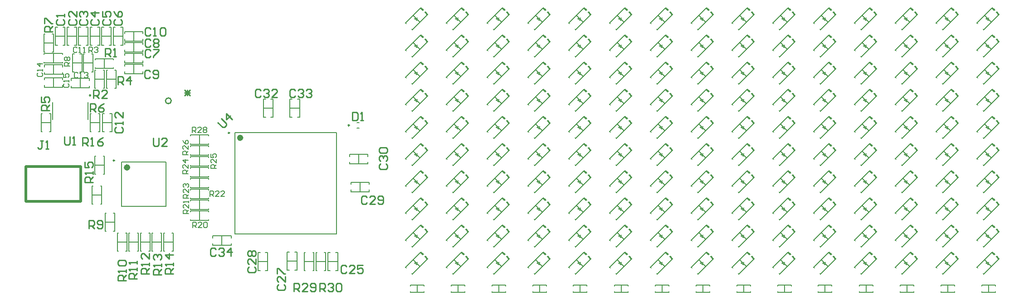
<source format=gbr>
%TF.GenerationSoftware,Altium Limited,Altium Designer,20.1.14 (287)*%
G04 Layer_Color=65535*
%FSLAX26Y26*%
%MOIN*%
%TF.SameCoordinates,7E9A0AC4-0E20-4BBF-80A7-7FB1365180D4*%
%TF.FilePolarity,Positive*%
%TF.FileFunction,Legend,Top*%
%TF.Part,Single*%
G01*
G75*
%TA.AperFunction,NonConductor*%
%ADD38C,0.009842*%
%ADD40C,0.007874*%
%ADD41C,0.005906*%
%ADD43C,0.010000*%
%ADD56C,0.023622*%
%ADD57C,0.019685*%
%ADD58C,0.006000*%
D38*
X3145866Y3468740D02*
G03*
X3145866Y3468740I-4921J0D01*
G01*
X2300286Y3265197D02*
G03*
X2300286Y3265197I-4921J0D01*
G01*
X2124459Y3745157D02*
G03*
X2124459Y3745157I-4921J0D01*
G01*
X4027008Y3525000D02*
G03*
X4027008Y3525000I-4921J0D01*
G01*
D40*
X3184252Y2723661D02*
X3932284D01*
X3184252Y3471693D02*
X3932284D01*
Y2723661D02*
Y3471693D01*
X3184252Y2723661D02*
Y3471693D01*
X2352451Y2926614D02*
X2679223D01*
X2352451Y3253386D02*
X2679223D01*
Y2926614D02*
Y3253386D01*
X2352451Y2926614D02*
Y3253386D01*
X1845916Y3567008D02*
Y3692992D01*
X2105758Y3567008D02*
Y3692992D01*
X4083110Y3505315D02*
X4096890D01*
X4083110Y3544685D02*
X4096890D01*
D41*
X8725769Y2293210D02*
Y2348328D01*
X8775769Y2293210D02*
Y2300769D01*
X8675769Y2293210D02*
X8775769D01*
X8675769D02*
Y2300769D01*
Y2340769D02*
Y2348328D01*
X8775769D01*
Y2340769D02*
Y2348328D01*
X8425769Y2293210D02*
Y2348328D01*
X8475769Y2293210D02*
Y2300769D01*
X8375769Y2293210D02*
X8475769D01*
X8375769D02*
Y2300769D01*
Y2340769D02*
Y2348328D01*
X8475769D01*
Y2340769D02*
Y2348328D01*
X8125769Y2293210D02*
Y2348328D01*
X8175769Y2293210D02*
Y2300769D01*
X8075769Y2293210D02*
X8175769D01*
X8075769D02*
Y2300769D01*
Y2340769D02*
Y2348328D01*
X8175769D01*
Y2340769D02*
Y2348328D01*
X7825769Y2293210D02*
Y2348328D01*
X7875769Y2293210D02*
Y2300769D01*
X7775769Y2293210D02*
X7875769D01*
X7775769D02*
Y2300769D01*
Y2340769D02*
Y2348328D01*
X7875769D01*
Y2340769D02*
Y2348328D01*
X7520769Y2293210D02*
Y2348328D01*
X7570769Y2293210D02*
Y2300769D01*
X7470769Y2293210D02*
X7570769D01*
X7470769D02*
Y2300769D01*
Y2340769D02*
Y2348328D01*
X7570769D01*
Y2340769D02*
Y2348328D01*
X7225769Y2293210D02*
Y2348328D01*
X7275769Y2293210D02*
Y2300769D01*
X7175769Y2293210D02*
X7275769D01*
X7175769D02*
Y2300769D01*
Y2340769D02*
Y2348328D01*
X7275769D01*
Y2340769D02*
Y2348328D01*
X6925769Y2293210D02*
Y2348328D01*
X6975769Y2293210D02*
Y2300769D01*
X6875769Y2293210D02*
X6975769D01*
X6875769D02*
Y2300769D01*
Y2340769D02*
Y2348328D01*
X6975769D01*
Y2340769D02*
Y2348328D01*
X6625769Y2293210D02*
Y2348328D01*
X6675769Y2293210D02*
Y2300769D01*
X6575769Y2293210D02*
X6675769D01*
X6575769D02*
Y2300769D01*
Y2340769D02*
Y2348328D01*
X6675769D01*
Y2340769D02*
Y2348328D01*
X6325769Y2293210D02*
Y2348328D01*
X6375769Y2293210D02*
Y2300769D01*
X6275769Y2293210D02*
X6375769D01*
X6275769D02*
Y2300769D01*
Y2340769D02*
Y2348328D01*
X6375769D01*
Y2340769D02*
Y2348328D01*
X6025769Y2293210D02*
Y2348328D01*
X6075769Y2293210D02*
Y2300769D01*
X5975769Y2293210D02*
X6075769D01*
X5975769D02*
Y2300769D01*
Y2340769D02*
Y2348328D01*
X6075769D01*
Y2340769D02*
Y2348328D01*
X5720769Y2293210D02*
Y2348328D01*
X5770769Y2293210D02*
Y2300769D01*
X5670769Y2293210D02*
X5770769D01*
X5670769D02*
Y2300769D01*
Y2340769D02*
Y2348328D01*
X5770769D01*
Y2340769D02*
Y2348328D01*
X5425769Y2293210D02*
Y2348328D01*
X5475769Y2293210D02*
Y2300769D01*
X5375769Y2293210D02*
X5475769D01*
X5375769D02*
Y2300769D01*
Y2340769D02*
Y2348328D01*
X5475769D01*
Y2340769D02*
Y2348328D01*
X5125769Y2293210D02*
Y2348328D01*
X5175769Y2293210D02*
Y2300769D01*
X5075769Y2293210D02*
X5175769D01*
X5075769D02*
Y2300769D01*
Y2340769D02*
Y2348328D01*
X5175769D01*
Y2340769D02*
Y2348328D01*
X4825769Y2293210D02*
Y2348328D01*
X4875769Y2293210D02*
Y2300769D01*
X4775769Y2293210D02*
X4875769D01*
X4775769D02*
Y2300769D01*
Y2340769D02*
Y2348328D01*
X4875769D01*
Y2340769D02*
Y2348328D01*
X4525769Y2293210D02*
Y2348328D01*
X4575769Y2293210D02*
Y2300769D01*
X4475769Y2293210D02*
X4575769D01*
X4475769D02*
Y2300769D01*
Y2340769D02*
Y2348328D01*
X4575769D01*
Y2340769D02*
Y2348328D01*
X3843396Y2587480D02*
X3851270D01*
Y2453622D02*
Y2587480D01*
X3843396Y2453622D02*
X3851270D01*
X3780404Y2587480D02*
X3788278D01*
X3780404Y2453622D02*
Y2587480D01*
Y2453622D02*
X3788278D01*
X3780404Y2520551D02*
X3851270D01*
X3758396Y2586929D02*
X3766270D01*
Y2453071D02*
Y2586929D01*
X3758396Y2453071D02*
X3766270D01*
X3695404Y2586929D02*
X3703278D01*
X3695404Y2453071D02*
Y2586929D01*
Y2453071D02*
X3703278D01*
X3695404Y2520000D02*
X3766270D01*
X2992766Y3384567D02*
Y3392441D01*
X2858908Y3384567D02*
X2992766D01*
X2858908D02*
Y3392441D01*
X2992766Y3447559D02*
Y3455433D01*
X2858908D02*
X2992766D01*
X2858908Y3447559D02*
Y3455433D01*
X2925837Y3384567D02*
Y3455433D01*
X2992766Y3304567D02*
Y3312441D01*
X2858908Y3304567D02*
X2992766D01*
X2858908D02*
Y3312441D01*
X2992766Y3367559D02*
Y3375433D01*
X2858908D02*
X2992766D01*
X2858908Y3367559D02*
Y3375433D01*
X2925837Y3304567D02*
Y3375433D01*
X2992766Y3224567D02*
Y3232441D01*
X2858908Y3224567D02*
X2992766D01*
X2858908D02*
Y3232441D01*
X2992766Y3287559D02*
Y3295433D01*
X2858908D02*
X2992766D01*
X2858908Y3287559D02*
Y3295433D01*
X2925837Y3224567D02*
Y3295433D01*
X2992766Y3144567D02*
Y3152441D01*
X2858908Y3144567D02*
X2992766D01*
X2858908D02*
Y3152441D01*
X2992766Y3207559D02*
Y3215433D01*
X2858908D02*
X2992766D01*
X2858908Y3207559D02*
Y3215433D01*
X2925837Y3144567D02*
Y3215433D01*
X2992766Y3064567D02*
Y3072441D01*
X2858908Y3064567D02*
X2992766D01*
X2858908D02*
Y3072441D01*
X2992766Y3127559D02*
Y3135433D01*
X2858908D02*
X2992766D01*
X2858908Y3127559D02*
Y3135433D01*
X2925837Y3064567D02*
Y3135433D01*
X2992766Y2984567D02*
Y2992441D01*
X2858908Y2984567D02*
X2992766D01*
X2858908D02*
Y2992441D01*
X2992766Y3047559D02*
Y3055433D01*
X2858908D02*
X2992766D01*
X2858908Y3047559D02*
Y3055433D01*
X2925837Y2984567D02*
Y3055433D01*
X2992766Y2904567D02*
Y2912441D01*
X2858908Y2904567D02*
X2992766D01*
X2858908D02*
Y2912441D01*
X2992766Y2967559D02*
Y2975433D01*
X2858908D02*
X2992766D01*
X2858908Y2967559D02*
Y2975433D01*
X2925837Y2904567D02*
Y2975433D01*
X2992766Y2824567D02*
Y2832441D01*
X2858908Y2824567D02*
X2992766D01*
X2858908D02*
Y2832441D01*
X2992766Y2887559D02*
Y2895433D01*
X2858908D02*
X2992766D01*
X2858908Y2887559D02*
Y2895433D01*
X2925837Y2824567D02*
Y2895433D01*
X2218396Y3296929D02*
X2226270D01*
Y3163071D02*
Y3296929D01*
X2218396Y3163071D02*
X2226270D01*
X2155404Y3296929D02*
X2163278D01*
X2155404Y3163071D02*
Y3296929D01*
Y3163071D02*
X2163278D01*
X2155404Y3230000D02*
X2226270D01*
X2198396Y3076929D02*
X2206270D01*
Y2943071D02*
Y3076929D01*
X2198396Y2943071D02*
X2206270D01*
X2135404Y3076929D02*
X2143278D01*
X2135404Y2943071D02*
Y3076929D01*
Y2943071D02*
X2143278D01*
X2135404Y3010000D02*
X2206270D01*
X2660404Y2597835D02*
X2668278D01*
X2660404D02*
Y2731693D01*
X2668278D01*
X2723396Y2597835D02*
X2731270D01*
Y2731693D01*
X2723396D02*
X2731270D01*
X2660404Y2664764D02*
X2731270D01*
X2575404Y2597835D02*
X2583278D01*
X2575404D02*
Y2731693D01*
X2583278D01*
X2638396Y2597835D02*
X2646270D01*
Y2731693D01*
X2638396D02*
X2646270D01*
X2575404Y2664764D02*
X2646270D01*
X2490404Y2597835D02*
X2498278D01*
X2490404D02*
Y2731693D01*
X2498278D01*
X2553396Y2597835D02*
X2561270D01*
Y2731693D01*
X2553396D02*
X2561270D01*
X2490404Y2664764D02*
X2561270D01*
X2405404Y2598386D02*
X2413278D01*
X2405404D02*
Y2732244D01*
X2413278D01*
X2468396Y2598386D02*
X2476270D01*
Y2732244D01*
X2468396D02*
X2476270D01*
X2405404Y2665315D02*
X2476270D01*
X2320404Y2598386D02*
X2328278D01*
X2320404D02*
Y2732244D01*
X2328278D01*
X2383396Y2598386D02*
X2391270D01*
Y2732244D01*
X2383396D02*
X2391270D01*
X2320404Y2665315D02*
X2391270D01*
X2230404Y2743622D02*
X2238278D01*
X2230404D02*
Y2877480D01*
X2238278D01*
X2293396Y2743622D02*
X2301270D01*
Y2877480D01*
X2293396D02*
X2301270D01*
X2230404Y2810551D02*
X2301270D01*
X1917215Y3984567D02*
Y3992441D01*
X1783357Y3984567D02*
X1917215D01*
X1783357D02*
Y3992441D01*
X1917215Y4047559D02*
Y4055433D01*
X1783357D02*
X1917215D01*
X1783357Y4047559D02*
Y4055433D01*
X1850286Y3984567D02*
Y4055433D01*
X1780404Y4063071D02*
X1788278D01*
X1780404D02*
Y4196929D01*
X1788278D01*
X1843396Y4063071D02*
X1851270D01*
Y4196929D01*
X1843396D02*
X1851270D01*
X1780404Y4130000D02*
X1851270D01*
X2183396Y3611929D02*
X2191270D01*
Y3478071D02*
Y3611929D01*
X2183396Y3478071D02*
X2191270D01*
X2120404Y3611929D02*
X2128278D01*
X2120404Y3478071D02*
Y3611929D01*
Y3478071D02*
X2128278D01*
X2120404Y3545000D02*
X2191270D01*
X1823396Y3611929D02*
X1831270D01*
Y3478071D02*
Y3611929D01*
X1823396Y3478071D02*
X1831270D01*
X1760404Y3611929D02*
X1768278D01*
X1760404Y3478071D02*
Y3611929D01*
Y3478071D02*
X1768278D01*
X1760404Y3545000D02*
X1831270D01*
X2240404Y3798071D02*
X2248278D01*
X2240404D02*
Y3931929D01*
X2248278D01*
X2303396Y3798071D02*
X2311270D01*
Y3931929D01*
X2303396D02*
X2311270D01*
X2240404Y3865000D02*
X2311270D01*
X2133396Y4051378D02*
X2141270D01*
Y3917520D02*
Y4051378D01*
X2133396Y3917520D02*
X2141270D01*
X2070404Y4051378D02*
X2078278D01*
X2070404Y3917520D02*
Y4051378D01*
Y3917520D02*
X2078278D01*
X2070404Y3984449D02*
X2141270D01*
X2155404Y3798071D02*
X2163278D01*
X2155404D02*
Y3931929D01*
X2163278D01*
X2218396Y3798071D02*
X2226270D01*
Y3931929D01*
X2218396D02*
X2226270D01*
X2155404Y3865000D02*
X2226270D01*
X2158908Y4007559D02*
Y4015433D01*
X2292766D01*
Y4007559D02*
Y4015433D01*
X2158908Y3944567D02*
Y3952441D01*
Y3944567D02*
X2292766D01*
Y3952441D01*
X2225837Y3944567D02*
Y4015433D01*
X8720769Y4310769D02*
X8727840Y4317840D01*
X8706627Y4310769D02*
X8720769Y4296627D01*
X8695714Y4335824D02*
X8745824Y4285714D01*
X8780873Y4356731D02*
X8798857Y4338747D01*
X8689256Y4229146D02*
X8798857Y4338747D01*
X8683688Y4234713D02*
X8689256Y4229146D01*
X8748747Y4388857D02*
X8766731Y4370873D01*
X8639146Y4279256D02*
X8748747Y4388857D01*
X8639146Y4279256D02*
X8644713Y4273688D01*
X8780873Y4356731D02*
X8784409Y4360267D01*
X8802393Y4342283D01*
X8798857Y4338747D02*
X8802393Y4342283D01*
X8748747Y4388857D02*
X8752283Y4392393D01*
X8770267Y4374409D01*
X8766731Y4370873D02*
X8770267Y4374409D01*
X8706627Y4310769D02*
X8720769D01*
Y4296627D02*
Y4310769D01*
X8420769D02*
X8427840Y4317840D01*
X8406627Y4310769D02*
X8420769Y4296627D01*
X8395714Y4335824D02*
X8445824Y4285714D01*
X8480873Y4356731D02*
X8498857Y4338747D01*
X8389256Y4229146D02*
X8498857Y4338747D01*
X8383688Y4234713D02*
X8389256Y4229146D01*
X8448747Y4388857D02*
X8466731Y4370873D01*
X8339146Y4279256D02*
X8448747Y4388857D01*
X8339146Y4279256D02*
X8344713Y4273688D01*
X8480873Y4356731D02*
X8484409Y4360267D01*
X8502393Y4342283D01*
X8498857Y4338747D02*
X8502393Y4342283D01*
X8448747Y4388857D02*
X8452283Y4392393D01*
X8470267Y4374409D01*
X8466731Y4370873D02*
X8470267Y4374409D01*
X8406627Y4310769D02*
X8420769D01*
Y4296627D02*
Y4310769D01*
X8120769D02*
X8127840Y4317840D01*
X8106627Y4310769D02*
X8120769Y4296627D01*
X8095714Y4335824D02*
X8145824Y4285714D01*
X8180873Y4356731D02*
X8198857Y4338747D01*
X8089256Y4229146D02*
X8198857Y4338747D01*
X8083688Y4234713D02*
X8089256Y4229146D01*
X8148747Y4388857D02*
X8166731Y4370873D01*
X8039146Y4279256D02*
X8148747Y4388857D01*
X8039146Y4279256D02*
X8044713Y4273688D01*
X8180873Y4356731D02*
X8184409Y4360267D01*
X8202393Y4342283D01*
X8198857Y4338747D02*
X8202393Y4342283D01*
X8148747Y4388857D02*
X8152283Y4392393D01*
X8170267Y4374409D01*
X8166731Y4370873D02*
X8170267Y4374409D01*
X8106627Y4310769D02*
X8120769D01*
Y4296627D02*
Y4310769D01*
X7820769D02*
X7827840Y4317840D01*
X7806627Y4310769D02*
X7820769Y4296627D01*
X7795714Y4335824D02*
X7845824Y4285714D01*
X7880873Y4356731D02*
X7898857Y4338747D01*
X7789256Y4229146D02*
X7898857Y4338747D01*
X7783688Y4234713D02*
X7789256Y4229146D01*
X7848747Y4388857D02*
X7866731Y4370873D01*
X7739146Y4279256D02*
X7848747Y4388857D01*
X7739146Y4279256D02*
X7744713Y4273688D01*
X7880873Y4356731D02*
X7884409Y4360267D01*
X7902393Y4342283D01*
X7898857Y4338747D02*
X7902393Y4342283D01*
X7848747Y4388857D02*
X7852283Y4392393D01*
X7870267Y4374409D01*
X7866731Y4370873D02*
X7870267Y4374409D01*
X7806627Y4310769D02*
X7820769D01*
Y4296627D02*
Y4310769D01*
X7520769D02*
X7527840Y4317840D01*
X7506627Y4310769D02*
X7520769Y4296627D01*
X7495714Y4335824D02*
X7545824Y4285714D01*
X7580873Y4356731D02*
X7598857Y4338747D01*
X7489256Y4229146D02*
X7598857Y4338747D01*
X7483688Y4234713D02*
X7489256Y4229146D01*
X7548747Y4388857D02*
X7566731Y4370873D01*
X7439146Y4279256D02*
X7548747Y4388857D01*
X7439146Y4279256D02*
X7444713Y4273688D01*
X7580873Y4356731D02*
X7584409Y4360267D01*
X7602393Y4342283D01*
X7598857Y4338747D02*
X7602393Y4342283D01*
X7548747Y4388857D02*
X7552283Y4392393D01*
X7570267Y4374409D01*
X7566731Y4370873D02*
X7570267Y4374409D01*
X7506627Y4310769D02*
X7520769D01*
Y4296627D02*
Y4310769D01*
X7220769D02*
X7227840Y4317840D01*
X7206627Y4310769D02*
X7220769Y4296627D01*
X7195714Y4335824D02*
X7245824Y4285714D01*
X7280873Y4356731D02*
X7298857Y4338747D01*
X7189256Y4229146D02*
X7298857Y4338747D01*
X7183688Y4234713D02*
X7189256Y4229146D01*
X7248747Y4388857D02*
X7266731Y4370873D01*
X7139146Y4279256D02*
X7248747Y4388857D01*
X7139146Y4279256D02*
X7144713Y4273688D01*
X7280873Y4356731D02*
X7284409Y4360267D01*
X7302393Y4342283D01*
X7298857Y4338747D02*
X7302393Y4342283D01*
X7248747Y4388857D02*
X7252283Y4392393D01*
X7270267Y4374409D01*
X7266731Y4370873D02*
X7270267Y4374409D01*
X7206627Y4310769D02*
X7220769D01*
Y4296627D02*
Y4310769D01*
X6920769D02*
X6927840Y4317840D01*
X6906627Y4310769D02*
X6920769Y4296627D01*
X6895714Y4335824D02*
X6945824Y4285714D01*
X6980873Y4356731D02*
X6998857Y4338747D01*
X6889256Y4229146D02*
X6998857Y4338747D01*
X6883688Y4234713D02*
X6889256Y4229146D01*
X6948747Y4388857D02*
X6966731Y4370873D01*
X6839146Y4279256D02*
X6948747Y4388857D01*
X6839146Y4279256D02*
X6844713Y4273688D01*
X6980873Y4356731D02*
X6984409Y4360267D01*
X7002393Y4342283D01*
X6998857Y4338747D02*
X7002393Y4342283D01*
X6948747Y4388857D02*
X6952283Y4392393D01*
X6970267Y4374409D01*
X6966731Y4370873D02*
X6970267Y4374409D01*
X6906627Y4310769D02*
X6920769D01*
Y4296627D02*
Y4310769D01*
X6620769D02*
X6627840Y4317840D01*
X6606627Y4310769D02*
X6620769Y4296627D01*
X6595714Y4335824D02*
X6645824Y4285714D01*
X6680873Y4356731D02*
X6698857Y4338747D01*
X6589256Y4229146D02*
X6698857Y4338747D01*
X6583688Y4234713D02*
X6589256Y4229146D01*
X6648747Y4388857D02*
X6666731Y4370873D01*
X6539146Y4279256D02*
X6648747Y4388857D01*
X6539146Y4279256D02*
X6544713Y4273688D01*
X6680873Y4356731D02*
X6684409Y4360267D01*
X6702393Y4342283D01*
X6698857Y4338747D02*
X6702393Y4342283D01*
X6648747Y4388857D02*
X6652283Y4392393D01*
X6670267Y4374409D01*
X6666731Y4370873D02*
X6670267Y4374409D01*
X6606627Y4310769D02*
X6620769D01*
Y4296627D02*
Y4310769D01*
X6320769D02*
X6327840Y4317840D01*
X6306627Y4310769D02*
X6320769Y4296627D01*
X6295714Y4335824D02*
X6345824Y4285714D01*
X6380873Y4356731D02*
X6398857Y4338747D01*
X6289256Y4229146D02*
X6398857Y4338747D01*
X6283688Y4234713D02*
X6289256Y4229146D01*
X6348747Y4388857D02*
X6366731Y4370873D01*
X6239146Y4279256D02*
X6348747Y4388857D01*
X6239146Y4279256D02*
X6244713Y4273688D01*
X6380873Y4356731D02*
X6384409Y4360267D01*
X6402393Y4342283D01*
X6398857Y4338747D02*
X6402393Y4342283D01*
X6348747Y4388857D02*
X6352283Y4392393D01*
X6370267Y4374409D01*
X6366731Y4370873D02*
X6370267Y4374409D01*
X6306627Y4310769D02*
X6320769D01*
Y4296627D02*
Y4310769D01*
X6020769D02*
X6027840Y4317840D01*
X6006627Y4310769D02*
X6020769Y4296627D01*
X5995714Y4335824D02*
X6045824Y4285714D01*
X6080873Y4356731D02*
X6098857Y4338747D01*
X5989256Y4229146D02*
X6098857Y4338747D01*
X5983688Y4234713D02*
X5989256Y4229146D01*
X6048747Y4388857D02*
X6066731Y4370873D01*
X5939146Y4279256D02*
X6048747Y4388857D01*
X5939146Y4279256D02*
X5944713Y4273688D01*
X6080873Y4356731D02*
X6084409Y4360267D01*
X6102393Y4342283D01*
X6098857Y4338747D02*
X6102393Y4342283D01*
X6048747Y4388857D02*
X6052283Y4392393D01*
X6070267Y4374409D01*
X6066731Y4370873D02*
X6070267Y4374409D01*
X6006627Y4310769D02*
X6020769D01*
Y4296627D02*
Y4310769D01*
X5720769D02*
X5727840Y4317840D01*
X5706627Y4310769D02*
X5720769Y4296627D01*
X5695714Y4335824D02*
X5745824Y4285714D01*
X5780873Y4356731D02*
X5798857Y4338747D01*
X5689256Y4229146D02*
X5798857Y4338747D01*
X5683688Y4234713D02*
X5689256Y4229146D01*
X5748747Y4388857D02*
X5766731Y4370873D01*
X5639146Y4279256D02*
X5748747Y4388857D01*
X5639146Y4279256D02*
X5644713Y4273688D01*
X5780873Y4356731D02*
X5784409Y4360267D01*
X5802393Y4342283D01*
X5798857Y4338747D02*
X5802393Y4342283D01*
X5748747Y4388857D02*
X5752283Y4392393D01*
X5770267Y4374409D01*
X5766731Y4370873D02*
X5770267Y4374409D01*
X5706627Y4310769D02*
X5720769D01*
Y4296627D02*
Y4310769D01*
X5420769D02*
X5427840Y4317840D01*
X5406627Y4310769D02*
X5420769Y4296627D01*
X5395714Y4335824D02*
X5445824Y4285714D01*
X5480873Y4356731D02*
X5498857Y4338747D01*
X5389256Y4229146D02*
X5498857Y4338747D01*
X5383688Y4234713D02*
X5389256Y4229146D01*
X5448747Y4388857D02*
X5466731Y4370873D01*
X5339146Y4279256D02*
X5448747Y4388857D01*
X5339146Y4279256D02*
X5344713Y4273688D01*
X5480873Y4356731D02*
X5484409Y4360267D01*
X5502393Y4342283D01*
X5498857Y4338747D02*
X5502393Y4342283D01*
X5448747Y4388857D02*
X5452283Y4392393D01*
X5470267Y4374409D01*
X5466731Y4370873D02*
X5470267Y4374409D01*
X5406627Y4310769D02*
X5420769D01*
Y4296627D02*
Y4310769D01*
X5120769D02*
X5127840Y4317840D01*
X5106627Y4310769D02*
X5120769Y4296627D01*
X5095714Y4335824D02*
X5145824Y4285714D01*
X5180873Y4356731D02*
X5198857Y4338747D01*
X5089256Y4229146D02*
X5198857Y4338747D01*
X5083688Y4234713D02*
X5089256Y4229146D01*
X5148747Y4388857D02*
X5166731Y4370873D01*
X5039146Y4279256D02*
X5148747Y4388857D01*
X5039146Y4279256D02*
X5044713Y4273688D01*
X5180873Y4356731D02*
X5184409Y4360267D01*
X5202393Y4342283D01*
X5198857Y4338747D02*
X5202393Y4342283D01*
X5148747Y4388857D02*
X5152283Y4392393D01*
X5170267Y4374409D01*
X5166731Y4370873D02*
X5170267Y4374409D01*
X5106627Y4310769D02*
X5120769D01*
Y4296627D02*
Y4310769D01*
X4820769D02*
X4827840Y4317840D01*
X4806627Y4310769D02*
X4820769Y4296627D01*
X4795714Y4335824D02*
X4845824Y4285714D01*
X4880873Y4356731D02*
X4898857Y4338747D01*
X4789256Y4229146D02*
X4898857Y4338747D01*
X4783688Y4234713D02*
X4789256Y4229146D01*
X4848747Y4388857D02*
X4866731Y4370873D01*
X4739146Y4279256D02*
X4848747Y4388857D01*
X4739146Y4279256D02*
X4744713Y4273688D01*
X4880873Y4356731D02*
X4884409Y4360267D01*
X4902393Y4342283D01*
X4898857Y4338747D02*
X4902393Y4342283D01*
X4848747Y4388857D02*
X4852283Y4392393D01*
X4870267Y4374409D01*
X4866731Y4370873D02*
X4870267Y4374409D01*
X4806627Y4310769D02*
X4820769D01*
Y4296627D02*
Y4310769D01*
X4520769D02*
X4527840Y4317840D01*
X4506627Y4310769D02*
X4520769Y4296627D01*
X4495714Y4335824D02*
X4545824Y4285714D01*
X4580873Y4356731D02*
X4598857Y4338747D01*
X4489256Y4229146D02*
X4598857Y4338747D01*
X4483688Y4234713D02*
X4489256Y4229146D01*
X4548747Y4388857D02*
X4566731Y4370873D01*
X4439146Y4279256D02*
X4548747Y4388857D01*
X4439146Y4279256D02*
X4444713Y4273688D01*
X4580873Y4356731D02*
X4584409Y4360267D01*
X4602393Y4342283D01*
X4598857Y4338747D02*
X4602393Y4342283D01*
X4548747Y4388857D02*
X4552283Y4392393D01*
X4570267Y4374409D01*
X4566731Y4370873D02*
X4570267Y4374409D01*
X4506627Y4310769D02*
X4520769D01*
Y4296627D02*
Y4310769D01*
X8720769Y4110769D02*
X8727840Y4117840D01*
X8706627Y4110769D02*
X8720769Y4096627D01*
X8695714Y4135824D02*
X8745824Y4085714D01*
X8780873Y4156731D02*
X8798857Y4138747D01*
X8689256Y4029146D02*
X8798857Y4138747D01*
X8683688Y4034713D02*
X8689256Y4029146D01*
X8748747Y4188857D02*
X8766731Y4170873D01*
X8639146Y4079256D02*
X8748747Y4188857D01*
X8639146Y4079256D02*
X8644713Y4073688D01*
X8780873Y4156731D02*
X8784409Y4160267D01*
X8802393Y4142283D01*
X8798857Y4138747D02*
X8802393Y4142283D01*
X8748747Y4188857D02*
X8752283Y4192393D01*
X8770267Y4174409D01*
X8766731Y4170873D02*
X8770267Y4174409D01*
X8706627Y4110769D02*
X8720769D01*
Y4096627D02*
Y4110769D01*
X8420769D02*
X8427840Y4117840D01*
X8406627Y4110769D02*
X8420769Y4096627D01*
X8395714Y4135824D02*
X8445824Y4085714D01*
X8480873Y4156731D02*
X8498857Y4138747D01*
X8389256Y4029146D02*
X8498857Y4138747D01*
X8383688Y4034713D02*
X8389256Y4029146D01*
X8448747Y4188857D02*
X8466731Y4170873D01*
X8339146Y4079256D02*
X8448747Y4188857D01*
X8339146Y4079256D02*
X8344713Y4073688D01*
X8480873Y4156731D02*
X8484409Y4160267D01*
X8502393Y4142283D01*
X8498857Y4138747D02*
X8502393Y4142283D01*
X8448747Y4188857D02*
X8452283Y4192393D01*
X8470267Y4174409D01*
X8466731Y4170873D02*
X8470267Y4174409D01*
X8406627Y4110769D02*
X8420769D01*
Y4096627D02*
Y4110769D01*
X8120769D02*
X8127840Y4117840D01*
X8106627Y4110769D02*
X8120769Y4096627D01*
X8095714Y4135824D02*
X8145824Y4085714D01*
X8180873Y4156731D02*
X8198857Y4138747D01*
X8089256Y4029146D02*
X8198857Y4138747D01*
X8083688Y4034713D02*
X8089256Y4029146D01*
X8148747Y4188857D02*
X8166731Y4170873D01*
X8039146Y4079256D02*
X8148747Y4188857D01*
X8039146Y4079256D02*
X8044713Y4073688D01*
X8180873Y4156731D02*
X8184409Y4160267D01*
X8202393Y4142283D01*
X8198857Y4138747D02*
X8202393Y4142283D01*
X8148747Y4188857D02*
X8152283Y4192393D01*
X8170267Y4174409D01*
X8166731Y4170873D02*
X8170267Y4174409D01*
X8106627Y4110769D02*
X8120769D01*
Y4096627D02*
Y4110769D01*
X7820769D02*
X7827840Y4117840D01*
X7806627Y4110769D02*
X7820769Y4096627D01*
X7795714Y4135824D02*
X7845824Y4085714D01*
X7880873Y4156731D02*
X7898857Y4138747D01*
X7789256Y4029146D02*
X7898857Y4138747D01*
X7783688Y4034713D02*
X7789256Y4029146D01*
X7848747Y4188857D02*
X7866731Y4170873D01*
X7739146Y4079256D02*
X7848747Y4188857D01*
X7739146Y4079256D02*
X7744713Y4073688D01*
X7880873Y4156731D02*
X7884409Y4160267D01*
X7902393Y4142283D01*
X7898857Y4138747D02*
X7902393Y4142283D01*
X7848747Y4188857D02*
X7852283Y4192393D01*
X7870267Y4174409D01*
X7866731Y4170873D02*
X7870267Y4174409D01*
X7806627Y4110769D02*
X7820769D01*
Y4096627D02*
Y4110769D01*
X7520769D02*
X7527840Y4117840D01*
X7506627Y4110769D02*
X7520769Y4096627D01*
X7495714Y4135824D02*
X7545824Y4085714D01*
X7580873Y4156731D02*
X7598857Y4138747D01*
X7489256Y4029146D02*
X7598857Y4138747D01*
X7483688Y4034713D02*
X7489256Y4029146D01*
X7548747Y4188857D02*
X7566731Y4170873D01*
X7439146Y4079256D02*
X7548747Y4188857D01*
X7439146Y4079256D02*
X7444713Y4073688D01*
X7580873Y4156731D02*
X7584409Y4160267D01*
X7602393Y4142283D01*
X7598857Y4138747D02*
X7602393Y4142283D01*
X7548747Y4188857D02*
X7552283Y4192393D01*
X7570267Y4174409D01*
X7566731Y4170873D02*
X7570267Y4174409D01*
X7506627Y4110769D02*
X7520769D01*
Y4096627D02*
Y4110769D01*
X7220769D02*
X7227840Y4117840D01*
X7206627Y4110769D02*
X7220769Y4096627D01*
X7195714Y4135824D02*
X7245824Y4085714D01*
X7280873Y4156731D02*
X7298857Y4138747D01*
X7189256Y4029146D02*
X7298857Y4138747D01*
X7183688Y4034713D02*
X7189256Y4029146D01*
X7248747Y4188857D02*
X7266731Y4170873D01*
X7139146Y4079256D02*
X7248747Y4188857D01*
X7139146Y4079256D02*
X7144713Y4073688D01*
X7280873Y4156731D02*
X7284409Y4160267D01*
X7302393Y4142283D01*
X7298857Y4138747D02*
X7302393Y4142283D01*
X7248747Y4188857D02*
X7252283Y4192393D01*
X7270267Y4174409D01*
X7266731Y4170873D02*
X7270267Y4174409D01*
X7206627Y4110769D02*
X7220769D01*
Y4096627D02*
Y4110769D01*
X6920769D02*
X6927840Y4117840D01*
X6906627Y4110769D02*
X6920769Y4096627D01*
X6895714Y4135824D02*
X6945824Y4085714D01*
X6980873Y4156731D02*
X6998857Y4138747D01*
X6889256Y4029146D02*
X6998857Y4138747D01*
X6883688Y4034713D02*
X6889256Y4029146D01*
X6948747Y4188857D02*
X6966731Y4170873D01*
X6839146Y4079256D02*
X6948747Y4188857D01*
X6839146Y4079256D02*
X6844713Y4073688D01*
X6980873Y4156731D02*
X6984409Y4160267D01*
X7002393Y4142283D01*
X6998857Y4138747D02*
X7002393Y4142283D01*
X6948747Y4188857D02*
X6952283Y4192393D01*
X6970267Y4174409D01*
X6966731Y4170873D02*
X6970267Y4174409D01*
X6906627Y4110769D02*
X6920769D01*
Y4096627D02*
Y4110769D01*
X6620769D02*
X6627840Y4117840D01*
X6606627Y4110769D02*
X6620769Y4096627D01*
X6595714Y4135824D02*
X6645824Y4085714D01*
X6680873Y4156731D02*
X6698857Y4138747D01*
X6589256Y4029146D02*
X6698857Y4138747D01*
X6583688Y4034713D02*
X6589256Y4029146D01*
X6648747Y4188857D02*
X6666731Y4170873D01*
X6539146Y4079256D02*
X6648747Y4188857D01*
X6539146Y4079256D02*
X6544713Y4073688D01*
X6680873Y4156731D02*
X6684409Y4160267D01*
X6702393Y4142283D01*
X6698857Y4138747D02*
X6702393Y4142283D01*
X6648747Y4188857D02*
X6652283Y4192393D01*
X6670267Y4174409D01*
X6666731Y4170873D02*
X6670267Y4174409D01*
X6606627Y4110769D02*
X6620769D01*
Y4096627D02*
Y4110769D01*
X6320769D02*
X6327840Y4117840D01*
X6306627Y4110769D02*
X6320769Y4096627D01*
X6295714Y4135824D02*
X6345824Y4085714D01*
X6380873Y4156731D02*
X6398857Y4138747D01*
X6289256Y4029146D02*
X6398857Y4138747D01*
X6283688Y4034713D02*
X6289256Y4029146D01*
X6348747Y4188857D02*
X6366731Y4170873D01*
X6239146Y4079256D02*
X6348747Y4188857D01*
X6239146Y4079256D02*
X6244713Y4073688D01*
X6380873Y4156731D02*
X6384409Y4160267D01*
X6402393Y4142283D01*
X6398857Y4138747D02*
X6402393Y4142283D01*
X6348747Y4188857D02*
X6352283Y4192393D01*
X6370267Y4174409D01*
X6366731Y4170873D02*
X6370267Y4174409D01*
X6306627Y4110769D02*
X6320769D01*
Y4096627D02*
Y4110769D01*
X6020769D02*
X6027840Y4117840D01*
X6006627Y4110769D02*
X6020769Y4096627D01*
X5995714Y4135824D02*
X6045824Y4085714D01*
X6080873Y4156731D02*
X6098857Y4138747D01*
X5989256Y4029146D02*
X6098857Y4138747D01*
X5983688Y4034713D02*
X5989256Y4029146D01*
X6048747Y4188857D02*
X6066731Y4170873D01*
X5939146Y4079256D02*
X6048747Y4188857D01*
X5939146Y4079256D02*
X5944713Y4073688D01*
X6080873Y4156731D02*
X6084409Y4160267D01*
X6102393Y4142283D01*
X6098857Y4138747D02*
X6102393Y4142283D01*
X6048747Y4188857D02*
X6052283Y4192393D01*
X6070267Y4174409D01*
X6066731Y4170873D02*
X6070267Y4174409D01*
X6006627Y4110769D02*
X6020769D01*
Y4096627D02*
Y4110769D01*
X5720769D02*
X5727840Y4117840D01*
X5706627Y4110769D02*
X5720769Y4096627D01*
X5695714Y4135824D02*
X5745824Y4085714D01*
X5780873Y4156731D02*
X5798857Y4138747D01*
X5689256Y4029146D02*
X5798857Y4138747D01*
X5683688Y4034713D02*
X5689256Y4029146D01*
X5748747Y4188857D02*
X5766731Y4170873D01*
X5639146Y4079256D02*
X5748747Y4188857D01*
X5639146Y4079256D02*
X5644713Y4073688D01*
X5780873Y4156731D02*
X5784409Y4160267D01*
X5802393Y4142283D01*
X5798857Y4138747D02*
X5802393Y4142283D01*
X5748747Y4188857D02*
X5752283Y4192393D01*
X5770267Y4174409D01*
X5766731Y4170873D02*
X5770267Y4174409D01*
X5706627Y4110769D02*
X5720769D01*
Y4096627D02*
Y4110769D01*
X5420769D02*
X5427840Y4117840D01*
X5406627Y4110769D02*
X5420769Y4096627D01*
X5395714Y4135824D02*
X5445824Y4085714D01*
X5480873Y4156731D02*
X5498857Y4138747D01*
X5389256Y4029146D02*
X5498857Y4138747D01*
X5383688Y4034713D02*
X5389256Y4029146D01*
X5448747Y4188857D02*
X5466731Y4170873D01*
X5339146Y4079256D02*
X5448747Y4188857D01*
X5339146Y4079256D02*
X5344713Y4073688D01*
X5480873Y4156731D02*
X5484409Y4160267D01*
X5502393Y4142283D01*
X5498857Y4138747D02*
X5502393Y4142283D01*
X5448747Y4188857D02*
X5452283Y4192393D01*
X5470267Y4174409D01*
X5466731Y4170873D02*
X5470267Y4174409D01*
X5406627Y4110769D02*
X5420769D01*
Y4096627D02*
Y4110769D01*
X5120769D02*
X5127840Y4117840D01*
X5106627Y4110769D02*
X5120769Y4096627D01*
X5095714Y4135824D02*
X5145824Y4085714D01*
X5180873Y4156731D02*
X5198857Y4138747D01*
X5089256Y4029146D02*
X5198857Y4138747D01*
X5083688Y4034713D02*
X5089256Y4029146D01*
X5148747Y4188857D02*
X5166731Y4170873D01*
X5039146Y4079256D02*
X5148747Y4188857D01*
X5039146Y4079256D02*
X5044713Y4073688D01*
X5180873Y4156731D02*
X5184409Y4160267D01*
X5202393Y4142283D01*
X5198857Y4138747D02*
X5202393Y4142283D01*
X5148747Y4188857D02*
X5152283Y4192393D01*
X5170267Y4174409D01*
X5166731Y4170873D02*
X5170267Y4174409D01*
X5106627Y4110769D02*
X5120769D01*
Y4096627D02*
Y4110769D01*
X4820769D02*
X4827840Y4117840D01*
X4806627Y4110769D02*
X4820769Y4096627D01*
X4795714Y4135824D02*
X4845824Y4085714D01*
X4880873Y4156731D02*
X4898857Y4138747D01*
X4789256Y4029146D02*
X4898857Y4138747D01*
X4783688Y4034713D02*
X4789256Y4029146D01*
X4848747Y4188857D02*
X4866731Y4170873D01*
X4739146Y4079256D02*
X4848747Y4188857D01*
X4739146Y4079256D02*
X4744713Y4073688D01*
X4880873Y4156731D02*
X4884409Y4160267D01*
X4902393Y4142283D01*
X4898857Y4138747D02*
X4902393Y4142283D01*
X4848747Y4188857D02*
X4852283Y4192393D01*
X4870267Y4174409D01*
X4866731Y4170873D02*
X4870267Y4174409D01*
X4806627Y4110769D02*
X4820769D01*
Y4096627D02*
Y4110769D01*
X4520769D02*
X4527840Y4117840D01*
X4506627Y4110769D02*
X4520769Y4096627D01*
X4495714Y4135824D02*
X4545824Y4085714D01*
X4580873Y4156731D02*
X4598857Y4138747D01*
X4489256Y4029146D02*
X4598857Y4138747D01*
X4483688Y4034713D02*
X4489256Y4029146D01*
X4548747Y4188857D02*
X4566731Y4170873D01*
X4439146Y4079256D02*
X4548747Y4188857D01*
X4439146Y4079256D02*
X4444713Y4073688D01*
X4580873Y4156731D02*
X4584409Y4160267D01*
X4602393Y4142283D01*
X4598857Y4138747D02*
X4602393Y4142283D01*
X4548747Y4188857D02*
X4552283Y4192393D01*
X4570267Y4174409D01*
X4566731Y4170873D02*
X4570267Y4174409D01*
X4506627Y4110769D02*
X4520769D01*
Y4096627D02*
Y4110769D01*
X8720769Y3910769D02*
X8727840Y3917840D01*
X8706627Y3910769D02*
X8720769Y3896627D01*
X8695714Y3935824D02*
X8745824Y3885714D01*
X8780873Y3956731D02*
X8798857Y3938747D01*
X8689256Y3829146D02*
X8798857Y3938747D01*
X8683688Y3834713D02*
X8689256Y3829146D01*
X8748747Y3988857D02*
X8766731Y3970873D01*
X8639146Y3879256D02*
X8748747Y3988857D01*
X8639146Y3879256D02*
X8644713Y3873688D01*
X8780873Y3956731D02*
X8784409Y3960267D01*
X8802393Y3942283D01*
X8798857Y3938747D02*
X8802393Y3942283D01*
X8748747Y3988857D02*
X8752283Y3992393D01*
X8770267Y3974409D01*
X8766731Y3970873D02*
X8770267Y3974409D01*
X8706627Y3910769D02*
X8720769D01*
Y3896627D02*
Y3910769D01*
X8420769D02*
X8427840Y3917840D01*
X8406627Y3910769D02*
X8420769Y3896627D01*
X8395714Y3935824D02*
X8445824Y3885714D01*
X8480873Y3956731D02*
X8498857Y3938747D01*
X8389256Y3829146D02*
X8498857Y3938747D01*
X8383688Y3834713D02*
X8389256Y3829146D01*
X8448747Y3988857D02*
X8466731Y3970873D01*
X8339146Y3879256D02*
X8448747Y3988857D01*
X8339146Y3879256D02*
X8344713Y3873688D01*
X8480873Y3956731D02*
X8484409Y3960267D01*
X8502393Y3942283D01*
X8498857Y3938747D02*
X8502393Y3942283D01*
X8448747Y3988857D02*
X8452283Y3992393D01*
X8470267Y3974409D01*
X8466731Y3970873D02*
X8470267Y3974409D01*
X8406627Y3910769D02*
X8420769D01*
Y3896627D02*
Y3910769D01*
X8120769D02*
X8127840Y3917840D01*
X8106627Y3910769D02*
X8120769Y3896627D01*
X8095714Y3935824D02*
X8145824Y3885714D01*
X8180873Y3956731D02*
X8198857Y3938747D01*
X8089256Y3829146D02*
X8198857Y3938747D01*
X8083688Y3834713D02*
X8089256Y3829146D01*
X8148747Y3988857D02*
X8166731Y3970873D01*
X8039146Y3879256D02*
X8148747Y3988857D01*
X8039146Y3879256D02*
X8044713Y3873688D01*
X8180873Y3956731D02*
X8184409Y3960267D01*
X8202393Y3942283D01*
X8198857Y3938747D02*
X8202393Y3942283D01*
X8148747Y3988857D02*
X8152283Y3992393D01*
X8170267Y3974409D01*
X8166731Y3970873D02*
X8170267Y3974409D01*
X8106627Y3910769D02*
X8120769D01*
Y3896627D02*
Y3910769D01*
X7820769D02*
X7827840Y3917840D01*
X7806627Y3910769D02*
X7820769Y3896627D01*
X7795714Y3935824D02*
X7845824Y3885714D01*
X7880873Y3956731D02*
X7898857Y3938747D01*
X7789256Y3829146D02*
X7898857Y3938747D01*
X7783688Y3834713D02*
X7789256Y3829146D01*
X7848747Y3988857D02*
X7866731Y3970873D01*
X7739146Y3879256D02*
X7848747Y3988857D01*
X7739146Y3879256D02*
X7744713Y3873688D01*
X7880873Y3956731D02*
X7884409Y3960267D01*
X7902393Y3942283D01*
X7898857Y3938747D02*
X7902393Y3942283D01*
X7848747Y3988857D02*
X7852283Y3992393D01*
X7870267Y3974409D01*
X7866731Y3970873D02*
X7870267Y3974409D01*
X7806627Y3910769D02*
X7820769D01*
Y3896627D02*
Y3910769D01*
X7520769D02*
X7527840Y3917840D01*
X7506627Y3910769D02*
X7520769Y3896627D01*
X7495714Y3935824D02*
X7545824Y3885714D01*
X7580873Y3956731D02*
X7598857Y3938747D01*
X7489256Y3829146D02*
X7598857Y3938747D01*
X7483688Y3834713D02*
X7489256Y3829146D01*
X7548747Y3988857D02*
X7566731Y3970873D01*
X7439146Y3879256D02*
X7548747Y3988857D01*
X7439146Y3879256D02*
X7444713Y3873688D01*
X7580873Y3956731D02*
X7584409Y3960267D01*
X7602393Y3942283D01*
X7598857Y3938747D02*
X7602393Y3942283D01*
X7548747Y3988857D02*
X7552283Y3992393D01*
X7570267Y3974409D01*
X7566731Y3970873D02*
X7570267Y3974409D01*
X7506627Y3910769D02*
X7520769D01*
Y3896627D02*
Y3910769D01*
X7220769D02*
X7227840Y3917840D01*
X7206627Y3910769D02*
X7220769Y3896627D01*
X7195714Y3935824D02*
X7245824Y3885714D01*
X7280873Y3956731D02*
X7298857Y3938747D01*
X7189256Y3829146D02*
X7298857Y3938747D01*
X7183688Y3834713D02*
X7189256Y3829146D01*
X7248747Y3988857D02*
X7266731Y3970873D01*
X7139146Y3879256D02*
X7248747Y3988857D01*
X7139146Y3879256D02*
X7144713Y3873688D01*
X7280873Y3956731D02*
X7284409Y3960267D01*
X7302393Y3942283D01*
X7298857Y3938747D02*
X7302393Y3942283D01*
X7248747Y3988857D02*
X7252283Y3992393D01*
X7270267Y3974409D01*
X7266731Y3970873D02*
X7270267Y3974409D01*
X7206627Y3910769D02*
X7220769D01*
Y3896627D02*
Y3910769D01*
X6920769D02*
X6927840Y3917840D01*
X6906627Y3910769D02*
X6920769Y3896627D01*
X6895714Y3935824D02*
X6945824Y3885714D01*
X6980873Y3956731D02*
X6998857Y3938747D01*
X6889256Y3829146D02*
X6998857Y3938747D01*
X6883688Y3834713D02*
X6889256Y3829146D01*
X6948747Y3988857D02*
X6966731Y3970873D01*
X6839146Y3879256D02*
X6948747Y3988857D01*
X6839146Y3879256D02*
X6844713Y3873688D01*
X6980873Y3956731D02*
X6984409Y3960267D01*
X7002393Y3942283D01*
X6998857Y3938747D02*
X7002393Y3942283D01*
X6948747Y3988857D02*
X6952283Y3992393D01*
X6970267Y3974409D01*
X6966731Y3970873D02*
X6970267Y3974409D01*
X6906627Y3910769D02*
X6920769D01*
Y3896627D02*
Y3910769D01*
X6620769D02*
X6627840Y3917840D01*
X6606627Y3910769D02*
X6620769Y3896627D01*
X6595714Y3935824D02*
X6645824Y3885714D01*
X6680873Y3956731D02*
X6698857Y3938747D01*
X6589256Y3829146D02*
X6698857Y3938747D01*
X6583688Y3834713D02*
X6589256Y3829146D01*
X6648747Y3988857D02*
X6666731Y3970873D01*
X6539146Y3879256D02*
X6648747Y3988857D01*
X6539146Y3879256D02*
X6544713Y3873688D01*
X6680873Y3956731D02*
X6684409Y3960267D01*
X6702393Y3942283D01*
X6698857Y3938747D02*
X6702393Y3942283D01*
X6648747Y3988857D02*
X6652283Y3992393D01*
X6670267Y3974409D01*
X6666731Y3970873D02*
X6670267Y3974409D01*
X6606627Y3910769D02*
X6620769D01*
Y3896627D02*
Y3910769D01*
X6320769D02*
X6327840Y3917840D01*
X6306627Y3910769D02*
X6320769Y3896627D01*
X6295714Y3935824D02*
X6345824Y3885714D01*
X6380873Y3956731D02*
X6398857Y3938747D01*
X6289256Y3829146D02*
X6398857Y3938747D01*
X6283688Y3834713D02*
X6289256Y3829146D01*
X6348747Y3988857D02*
X6366731Y3970873D01*
X6239146Y3879256D02*
X6348747Y3988857D01*
X6239146Y3879256D02*
X6244713Y3873688D01*
X6380873Y3956731D02*
X6384409Y3960267D01*
X6402393Y3942283D01*
X6398857Y3938747D02*
X6402393Y3942283D01*
X6348747Y3988857D02*
X6352283Y3992393D01*
X6370267Y3974409D01*
X6366731Y3970873D02*
X6370267Y3974409D01*
X6306627Y3910769D02*
X6320769D01*
Y3896627D02*
Y3910769D01*
X6020769D02*
X6027840Y3917840D01*
X6006627Y3910769D02*
X6020769Y3896627D01*
X5995714Y3935824D02*
X6045824Y3885714D01*
X6080873Y3956731D02*
X6098857Y3938747D01*
X5989256Y3829146D02*
X6098857Y3938747D01*
X5983688Y3834713D02*
X5989256Y3829146D01*
X6048747Y3988857D02*
X6066731Y3970873D01*
X5939146Y3879256D02*
X6048747Y3988857D01*
X5939146Y3879256D02*
X5944713Y3873688D01*
X6080873Y3956731D02*
X6084409Y3960267D01*
X6102393Y3942283D01*
X6098857Y3938747D02*
X6102393Y3942283D01*
X6048747Y3988857D02*
X6052283Y3992393D01*
X6070267Y3974409D01*
X6066731Y3970873D02*
X6070267Y3974409D01*
X6006627Y3910769D02*
X6020769D01*
Y3896627D02*
Y3910769D01*
X5720769D02*
X5727840Y3917840D01*
X5706627Y3910769D02*
X5720769Y3896627D01*
X5695714Y3935824D02*
X5745824Y3885714D01*
X5780873Y3956731D02*
X5798857Y3938747D01*
X5689256Y3829146D02*
X5798857Y3938747D01*
X5683688Y3834713D02*
X5689256Y3829146D01*
X5748747Y3988857D02*
X5766731Y3970873D01*
X5639146Y3879256D02*
X5748747Y3988857D01*
X5639146Y3879256D02*
X5644713Y3873688D01*
X5780873Y3956731D02*
X5784409Y3960267D01*
X5802393Y3942283D01*
X5798857Y3938747D02*
X5802393Y3942283D01*
X5748747Y3988857D02*
X5752283Y3992393D01*
X5770267Y3974409D01*
X5766731Y3970873D02*
X5770267Y3974409D01*
X5706627Y3910769D02*
X5720769D01*
Y3896627D02*
Y3910769D01*
X5420769D02*
X5427840Y3917840D01*
X5406627Y3910769D02*
X5420769Y3896627D01*
X5395714Y3935824D02*
X5445824Y3885714D01*
X5480873Y3956731D02*
X5498857Y3938747D01*
X5389256Y3829146D02*
X5498857Y3938747D01*
X5383688Y3834713D02*
X5389256Y3829146D01*
X5448747Y3988857D02*
X5466731Y3970873D01*
X5339146Y3879256D02*
X5448747Y3988857D01*
X5339146Y3879256D02*
X5344713Y3873688D01*
X5480873Y3956731D02*
X5484409Y3960267D01*
X5502393Y3942283D01*
X5498857Y3938747D02*
X5502393Y3942283D01*
X5448747Y3988857D02*
X5452283Y3992393D01*
X5470267Y3974409D01*
X5466731Y3970873D02*
X5470267Y3974409D01*
X5406627Y3910769D02*
X5420769D01*
Y3896627D02*
Y3910769D01*
X5120769D02*
X5127840Y3917840D01*
X5106627Y3910769D02*
X5120769Y3896627D01*
X5095714Y3935824D02*
X5145824Y3885714D01*
X5180873Y3956731D02*
X5198857Y3938747D01*
X5089256Y3829146D02*
X5198857Y3938747D01*
X5083688Y3834713D02*
X5089256Y3829146D01*
X5148747Y3988857D02*
X5166731Y3970873D01*
X5039146Y3879256D02*
X5148747Y3988857D01*
X5039146Y3879256D02*
X5044713Y3873688D01*
X5180873Y3956731D02*
X5184409Y3960267D01*
X5202393Y3942283D01*
X5198857Y3938747D02*
X5202393Y3942283D01*
X5148747Y3988857D02*
X5152283Y3992393D01*
X5170267Y3974409D01*
X5166731Y3970873D02*
X5170267Y3974409D01*
X5106627Y3910769D02*
X5120769D01*
Y3896627D02*
Y3910769D01*
X4820769D02*
X4827840Y3917840D01*
X4806627Y3910769D02*
X4820769Y3896627D01*
X4795714Y3935824D02*
X4845824Y3885714D01*
X4880873Y3956731D02*
X4898857Y3938747D01*
X4789256Y3829146D02*
X4898857Y3938747D01*
X4783688Y3834713D02*
X4789256Y3829146D01*
X4848747Y3988857D02*
X4866731Y3970873D01*
X4739146Y3879256D02*
X4848747Y3988857D01*
X4739146Y3879256D02*
X4744713Y3873688D01*
X4880873Y3956731D02*
X4884409Y3960267D01*
X4902393Y3942283D01*
X4898857Y3938747D02*
X4902393Y3942283D01*
X4848747Y3988857D02*
X4852283Y3992393D01*
X4870267Y3974409D01*
X4866731Y3970873D02*
X4870267Y3974409D01*
X4806627Y3910769D02*
X4820769D01*
Y3896627D02*
Y3910769D01*
X4520769D02*
X4527840Y3917840D01*
X4506627Y3910769D02*
X4520769Y3896627D01*
X4495714Y3935824D02*
X4545824Y3885714D01*
X4580873Y3956731D02*
X4598857Y3938747D01*
X4489256Y3829146D02*
X4598857Y3938747D01*
X4483688Y3834713D02*
X4489256Y3829146D01*
X4548747Y3988857D02*
X4566731Y3970873D01*
X4439146Y3879256D02*
X4548747Y3988857D01*
X4439146Y3879256D02*
X4444713Y3873688D01*
X4580873Y3956731D02*
X4584409Y3960267D01*
X4602393Y3942283D01*
X4598857Y3938747D02*
X4602393Y3942283D01*
X4548747Y3988857D02*
X4552283Y3992393D01*
X4570267Y3974409D01*
X4566731Y3970873D02*
X4570267Y3974409D01*
X4506627Y3910769D02*
X4520769D01*
Y3896627D02*
Y3910769D01*
X8720769Y3710769D02*
X8727840Y3717840D01*
X8706627Y3710769D02*
X8720769Y3696627D01*
X8695714Y3735824D02*
X8745824Y3685714D01*
X8780873Y3756731D02*
X8798857Y3738747D01*
X8689256Y3629146D02*
X8798857Y3738747D01*
X8683688Y3634713D02*
X8689256Y3629146D01*
X8748747Y3788857D02*
X8766731Y3770873D01*
X8639146Y3679256D02*
X8748747Y3788857D01*
X8639146Y3679256D02*
X8644713Y3673688D01*
X8780873Y3756731D02*
X8784409Y3760267D01*
X8802393Y3742283D01*
X8798857Y3738747D02*
X8802393Y3742283D01*
X8748747Y3788857D02*
X8752283Y3792393D01*
X8770267Y3774409D01*
X8766731Y3770873D02*
X8770267Y3774409D01*
X8706627Y3710769D02*
X8720769D01*
Y3696627D02*
Y3710769D01*
X8420769D02*
X8427840Y3717840D01*
X8406627Y3710769D02*
X8420769Y3696627D01*
X8395714Y3735824D02*
X8445824Y3685714D01*
X8480873Y3756731D02*
X8498857Y3738747D01*
X8389256Y3629146D02*
X8498857Y3738747D01*
X8383688Y3634713D02*
X8389256Y3629146D01*
X8448747Y3788857D02*
X8466731Y3770873D01*
X8339146Y3679256D02*
X8448747Y3788857D01*
X8339146Y3679256D02*
X8344713Y3673688D01*
X8480873Y3756731D02*
X8484409Y3760267D01*
X8502393Y3742283D01*
X8498857Y3738747D02*
X8502393Y3742283D01*
X8448747Y3788857D02*
X8452283Y3792393D01*
X8470267Y3774409D01*
X8466731Y3770873D02*
X8470267Y3774409D01*
X8406627Y3710769D02*
X8420769D01*
Y3696627D02*
Y3710769D01*
X8120769D02*
X8127840Y3717840D01*
X8106627Y3710769D02*
X8120769Y3696627D01*
X8095714Y3735824D02*
X8145824Y3685714D01*
X8180873Y3756731D02*
X8198857Y3738747D01*
X8089256Y3629146D02*
X8198857Y3738747D01*
X8083688Y3634713D02*
X8089256Y3629146D01*
X8148747Y3788857D02*
X8166731Y3770873D01*
X8039146Y3679256D02*
X8148747Y3788857D01*
X8039146Y3679256D02*
X8044713Y3673688D01*
X8180873Y3756731D02*
X8184409Y3760267D01*
X8202393Y3742283D01*
X8198857Y3738747D02*
X8202393Y3742283D01*
X8148747Y3788857D02*
X8152283Y3792393D01*
X8170267Y3774409D01*
X8166731Y3770873D02*
X8170267Y3774409D01*
X8106627Y3710769D02*
X8120769D01*
Y3696627D02*
Y3710769D01*
X7820769D02*
X7827840Y3717840D01*
X7806627Y3710769D02*
X7820769Y3696627D01*
X7795714Y3735824D02*
X7845824Y3685714D01*
X7880873Y3756731D02*
X7898857Y3738747D01*
X7789256Y3629146D02*
X7898857Y3738747D01*
X7783688Y3634713D02*
X7789256Y3629146D01*
X7848747Y3788857D02*
X7866731Y3770873D01*
X7739146Y3679256D02*
X7848747Y3788857D01*
X7739146Y3679256D02*
X7744713Y3673688D01*
X7880873Y3756731D02*
X7884409Y3760267D01*
X7902393Y3742283D01*
X7898857Y3738747D02*
X7902393Y3742283D01*
X7848747Y3788857D02*
X7852283Y3792393D01*
X7870267Y3774409D01*
X7866731Y3770873D02*
X7870267Y3774409D01*
X7806627Y3710769D02*
X7820769D01*
Y3696627D02*
Y3710769D01*
X7520769D02*
X7527840Y3717840D01*
X7506627Y3710769D02*
X7520769Y3696627D01*
X7495714Y3735824D02*
X7545824Y3685714D01*
X7580873Y3756731D02*
X7598857Y3738747D01*
X7489256Y3629146D02*
X7598857Y3738747D01*
X7483688Y3634713D02*
X7489256Y3629146D01*
X7548747Y3788857D02*
X7566731Y3770873D01*
X7439146Y3679256D02*
X7548747Y3788857D01*
X7439146Y3679256D02*
X7444713Y3673688D01*
X7580873Y3756731D02*
X7584409Y3760267D01*
X7602393Y3742283D01*
X7598857Y3738747D02*
X7602393Y3742283D01*
X7548747Y3788857D02*
X7552283Y3792393D01*
X7570267Y3774409D01*
X7566731Y3770873D02*
X7570267Y3774409D01*
X7506627Y3710769D02*
X7520769D01*
Y3696627D02*
Y3710769D01*
X7220769D02*
X7227840Y3717840D01*
X7206627Y3710769D02*
X7220769Y3696627D01*
X7195714Y3735824D02*
X7245824Y3685714D01*
X7280873Y3756731D02*
X7298857Y3738747D01*
X7189256Y3629146D02*
X7298857Y3738747D01*
X7183688Y3634713D02*
X7189256Y3629146D01*
X7248747Y3788857D02*
X7266731Y3770873D01*
X7139146Y3679256D02*
X7248747Y3788857D01*
X7139146Y3679256D02*
X7144713Y3673688D01*
X7280873Y3756731D02*
X7284409Y3760267D01*
X7302393Y3742283D01*
X7298857Y3738747D02*
X7302393Y3742283D01*
X7248747Y3788857D02*
X7252283Y3792393D01*
X7270267Y3774409D01*
X7266731Y3770873D02*
X7270267Y3774409D01*
X7206627Y3710769D02*
X7220769D01*
Y3696627D02*
Y3710769D01*
X6920769D02*
X6927840Y3717840D01*
X6906627Y3710769D02*
X6920769Y3696627D01*
X6895714Y3735824D02*
X6945824Y3685714D01*
X6980873Y3756731D02*
X6998857Y3738747D01*
X6889256Y3629146D02*
X6998857Y3738747D01*
X6883688Y3634713D02*
X6889256Y3629146D01*
X6948747Y3788857D02*
X6966731Y3770873D01*
X6839146Y3679256D02*
X6948747Y3788857D01*
X6839146Y3679256D02*
X6844713Y3673688D01*
X6980873Y3756731D02*
X6984409Y3760267D01*
X7002393Y3742283D01*
X6998857Y3738747D02*
X7002393Y3742283D01*
X6948747Y3788857D02*
X6952283Y3792393D01*
X6970267Y3774409D01*
X6966731Y3770873D02*
X6970267Y3774409D01*
X6906627Y3710769D02*
X6920769D01*
Y3696627D02*
Y3710769D01*
X6620769D02*
X6627840Y3717840D01*
X6606627Y3710769D02*
X6620769Y3696627D01*
X6595714Y3735824D02*
X6645824Y3685714D01*
X6680873Y3756731D02*
X6698857Y3738747D01*
X6589256Y3629146D02*
X6698857Y3738747D01*
X6583688Y3634713D02*
X6589256Y3629146D01*
X6648747Y3788857D02*
X6666731Y3770873D01*
X6539146Y3679256D02*
X6648747Y3788857D01*
X6539146Y3679256D02*
X6544713Y3673688D01*
X6680873Y3756731D02*
X6684409Y3760267D01*
X6702393Y3742283D01*
X6698857Y3738747D02*
X6702393Y3742283D01*
X6648747Y3788857D02*
X6652283Y3792393D01*
X6670267Y3774409D01*
X6666731Y3770873D02*
X6670267Y3774409D01*
X6606627Y3710769D02*
X6620769D01*
Y3696627D02*
Y3710769D01*
X6320769D02*
X6327840Y3717840D01*
X6306627Y3710769D02*
X6320769Y3696627D01*
X6295714Y3735824D02*
X6345824Y3685714D01*
X6380873Y3756731D02*
X6398857Y3738747D01*
X6289256Y3629146D02*
X6398857Y3738747D01*
X6283688Y3634713D02*
X6289256Y3629146D01*
X6348747Y3788857D02*
X6366731Y3770873D01*
X6239146Y3679256D02*
X6348747Y3788857D01*
X6239146Y3679256D02*
X6244713Y3673688D01*
X6380873Y3756731D02*
X6384409Y3760267D01*
X6402393Y3742283D01*
X6398857Y3738747D02*
X6402393Y3742283D01*
X6348747Y3788857D02*
X6352283Y3792393D01*
X6370267Y3774409D01*
X6366731Y3770873D02*
X6370267Y3774409D01*
X6306627Y3710769D02*
X6320769D01*
Y3696627D02*
Y3710769D01*
X6020769D02*
X6027840Y3717840D01*
X6006627Y3710769D02*
X6020769Y3696627D01*
X5995714Y3735824D02*
X6045824Y3685714D01*
X6080873Y3756731D02*
X6098857Y3738747D01*
X5989256Y3629146D02*
X6098857Y3738747D01*
X5983688Y3634713D02*
X5989256Y3629146D01*
X6048747Y3788857D02*
X6066731Y3770873D01*
X5939146Y3679256D02*
X6048747Y3788857D01*
X5939146Y3679256D02*
X5944713Y3673688D01*
X6080873Y3756731D02*
X6084409Y3760267D01*
X6102393Y3742283D01*
X6098857Y3738747D02*
X6102393Y3742283D01*
X6048747Y3788857D02*
X6052283Y3792393D01*
X6070267Y3774409D01*
X6066731Y3770873D02*
X6070267Y3774409D01*
X6006627Y3710769D02*
X6020769D01*
Y3696627D02*
Y3710769D01*
X5720769D02*
X5727840Y3717840D01*
X5706627Y3710769D02*
X5720769Y3696627D01*
X5695714Y3735824D02*
X5745824Y3685714D01*
X5780873Y3756731D02*
X5798857Y3738747D01*
X5689256Y3629146D02*
X5798857Y3738747D01*
X5683688Y3634713D02*
X5689256Y3629146D01*
X5748747Y3788857D02*
X5766731Y3770873D01*
X5639146Y3679256D02*
X5748747Y3788857D01*
X5639146Y3679256D02*
X5644713Y3673688D01*
X5780873Y3756731D02*
X5784409Y3760267D01*
X5802393Y3742283D01*
X5798857Y3738747D02*
X5802393Y3742283D01*
X5748747Y3788857D02*
X5752283Y3792393D01*
X5770267Y3774409D01*
X5766731Y3770873D02*
X5770267Y3774409D01*
X5706627Y3710769D02*
X5720769D01*
Y3696627D02*
Y3710769D01*
X5420769D02*
X5427840Y3717840D01*
X5406627Y3710769D02*
X5420769Y3696627D01*
X5395714Y3735824D02*
X5445824Y3685714D01*
X5480873Y3756731D02*
X5498857Y3738747D01*
X5389256Y3629146D02*
X5498857Y3738747D01*
X5383688Y3634713D02*
X5389256Y3629146D01*
X5448747Y3788857D02*
X5466731Y3770873D01*
X5339146Y3679256D02*
X5448747Y3788857D01*
X5339146Y3679256D02*
X5344713Y3673688D01*
X5480873Y3756731D02*
X5484409Y3760267D01*
X5502393Y3742283D01*
X5498857Y3738747D02*
X5502393Y3742283D01*
X5448747Y3788857D02*
X5452283Y3792393D01*
X5470267Y3774409D01*
X5466731Y3770873D02*
X5470267Y3774409D01*
X5406627Y3710769D02*
X5420769D01*
Y3696627D02*
Y3710769D01*
X5120769D02*
X5127840Y3717840D01*
X5106627Y3710769D02*
X5120769Y3696627D01*
X5095714Y3735824D02*
X5145824Y3685714D01*
X5180873Y3756731D02*
X5198857Y3738747D01*
X5089256Y3629146D02*
X5198857Y3738747D01*
X5083688Y3634713D02*
X5089256Y3629146D01*
X5148747Y3788857D02*
X5166731Y3770873D01*
X5039146Y3679256D02*
X5148747Y3788857D01*
X5039146Y3679256D02*
X5044713Y3673688D01*
X5180873Y3756731D02*
X5184409Y3760267D01*
X5202393Y3742283D01*
X5198857Y3738747D02*
X5202393Y3742283D01*
X5148747Y3788857D02*
X5152283Y3792393D01*
X5170267Y3774409D01*
X5166731Y3770873D02*
X5170267Y3774409D01*
X5106627Y3710769D02*
X5120769D01*
Y3696627D02*
Y3710769D01*
X4820769D02*
X4827840Y3717840D01*
X4806627Y3710769D02*
X4820769Y3696627D01*
X4795714Y3735824D02*
X4845824Y3685714D01*
X4880873Y3756731D02*
X4898857Y3738747D01*
X4789256Y3629146D02*
X4898857Y3738747D01*
X4783688Y3634713D02*
X4789256Y3629146D01*
X4848747Y3788857D02*
X4866731Y3770873D01*
X4739146Y3679256D02*
X4848747Y3788857D01*
X4739146Y3679256D02*
X4744713Y3673688D01*
X4880873Y3756731D02*
X4884409Y3760267D01*
X4902393Y3742283D01*
X4898857Y3738747D02*
X4902393Y3742283D01*
X4848747Y3788857D02*
X4852283Y3792393D01*
X4870267Y3774409D01*
X4866731Y3770873D02*
X4870267Y3774409D01*
X4806627Y3710769D02*
X4820769D01*
Y3696627D02*
Y3710769D01*
X4520769D02*
X4527840Y3717840D01*
X4506627Y3710769D02*
X4520769Y3696627D01*
X4495714Y3735824D02*
X4545824Y3685714D01*
X4580873Y3756731D02*
X4598857Y3738747D01*
X4489256Y3629146D02*
X4598857Y3738747D01*
X4483688Y3634713D02*
X4489256Y3629146D01*
X4548747Y3788857D02*
X4566731Y3770873D01*
X4439146Y3679256D02*
X4548747Y3788857D01*
X4439146Y3679256D02*
X4444713Y3673688D01*
X4580873Y3756731D02*
X4584409Y3760267D01*
X4602393Y3742283D01*
X4598857Y3738747D02*
X4602393Y3742283D01*
X4548747Y3788857D02*
X4552283Y3792393D01*
X4570267Y3774409D01*
X4566731Y3770873D02*
X4570267Y3774409D01*
X4506627Y3710769D02*
X4520769D01*
Y3696627D02*
Y3710769D01*
X8720769Y3510769D02*
X8727840Y3517840D01*
X8706627Y3510769D02*
X8720769Y3496627D01*
X8695714Y3535824D02*
X8745824Y3485714D01*
X8780873Y3556731D02*
X8798857Y3538747D01*
X8689256Y3429146D02*
X8798857Y3538747D01*
X8683688Y3434713D02*
X8689256Y3429146D01*
X8748747Y3588857D02*
X8766731Y3570873D01*
X8639146Y3479256D02*
X8748747Y3588857D01*
X8639146Y3479256D02*
X8644713Y3473688D01*
X8780873Y3556731D02*
X8784409Y3560267D01*
X8802393Y3542283D01*
X8798857Y3538747D02*
X8802393Y3542283D01*
X8748747Y3588857D02*
X8752283Y3592393D01*
X8770267Y3574409D01*
X8766731Y3570873D02*
X8770267Y3574409D01*
X8706627Y3510769D02*
X8720769D01*
Y3496627D02*
Y3510769D01*
X8420769D02*
X8427840Y3517840D01*
X8406627Y3510769D02*
X8420769Y3496627D01*
X8395714Y3535824D02*
X8445824Y3485714D01*
X8480873Y3556731D02*
X8498857Y3538747D01*
X8389256Y3429146D02*
X8498857Y3538747D01*
X8383688Y3434713D02*
X8389256Y3429146D01*
X8448747Y3588857D02*
X8466731Y3570873D01*
X8339146Y3479256D02*
X8448747Y3588857D01*
X8339146Y3479256D02*
X8344713Y3473688D01*
X8480873Y3556731D02*
X8484409Y3560267D01*
X8502393Y3542283D01*
X8498857Y3538747D02*
X8502393Y3542283D01*
X8448747Y3588857D02*
X8452283Y3592393D01*
X8470267Y3574409D01*
X8466731Y3570873D02*
X8470267Y3574409D01*
X8406627Y3510769D02*
X8420769D01*
Y3496627D02*
Y3510769D01*
X8120769D02*
X8127840Y3517840D01*
X8106627Y3510769D02*
X8120769Y3496627D01*
X8095714Y3535824D02*
X8145824Y3485714D01*
X8180873Y3556731D02*
X8198857Y3538747D01*
X8089256Y3429146D02*
X8198857Y3538747D01*
X8083688Y3434713D02*
X8089256Y3429146D01*
X8148747Y3588857D02*
X8166731Y3570873D01*
X8039146Y3479256D02*
X8148747Y3588857D01*
X8039146Y3479256D02*
X8044713Y3473688D01*
X8180873Y3556731D02*
X8184409Y3560267D01*
X8202393Y3542283D01*
X8198857Y3538747D02*
X8202393Y3542283D01*
X8148747Y3588857D02*
X8152283Y3592393D01*
X8170267Y3574409D01*
X8166731Y3570873D02*
X8170267Y3574409D01*
X8106627Y3510769D02*
X8120769D01*
Y3496627D02*
Y3510769D01*
X7820769D02*
X7827840Y3517840D01*
X7806627Y3510769D02*
X7820769Y3496627D01*
X7795714Y3535824D02*
X7845824Y3485714D01*
X7880873Y3556731D02*
X7898857Y3538747D01*
X7789256Y3429146D02*
X7898857Y3538747D01*
X7783688Y3434713D02*
X7789256Y3429146D01*
X7848747Y3588857D02*
X7866731Y3570873D01*
X7739146Y3479256D02*
X7848747Y3588857D01*
X7739146Y3479256D02*
X7744713Y3473688D01*
X7880873Y3556731D02*
X7884409Y3560267D01*
X7902393Y3542283D01*
X7898857Y3538747D02*
X7902393Y3542283D01*
X7848747Y3588857D02*
X7852283Y3592393D01*
X7870267Y3574409D01*
X7866731Y3570873D02*
X7870267Y3574409D01*
X7806627Y3510769D02*
X7820769D01*
Y3496627D02*
Y3510769D01*
X7520769D02*
X7527840Y3517840D01*
X7506627Y3510769D02*
X7520769Y3496627D01*
X7495714Y3535824D02*
X7545824Y3485714D01*
X7580873Y3556731D02*
X7598857Y3538747D01*
X7489256Y3429146D02*
X7598857Y3538747D01*
X7483688Y3434713D02*
X7489256Y3429146D01*
X7548747Y3588857D02*
X7566731Y3570873D01*
X7439146Y3479256D02*
X7548747Y3588857D01*
X7439146Y3479256D02*
X7444713Y3473688D01*
X7580873Y3556731D02*
X7584409Y3560267D01*
X7602393Y3542283D01*
X7598857Y3538747D02*
X7602393Y3542283D01*
X7548747Y3588857D02*
X7552283Y3592393D01*
X7570267Y3574409D01*
X7566731Y3570873D02*
X7570267Y3574409D01*
X7506627Y3510769D02*
X7520769D01*
Y3496627D02*
Y3510769D01*
X7220769D02*
X7227840Y3517840D01*
X7206627Y3510769D02*
X7220769Y3496627D01*
X7195714Y3535824D02*
X7245824Y3485714D01*
X7280873Y3556731D02*
X7298857Y3538747D01*
X7189256Y3429146D02*
X7298857Y3538747D01*
X7183688Y3434713D02*
X7189256Y3429146D01*
X7248747Y3588857D02*
X7266731Y3570873D01*
X7139146Y3479256D02*
X7248747Y3588857D01*
X7139146Y3479256D02*
X7144713Y3473688D01*
X7280873Y3556731D02*
X7284409Y3560267D01*
X7302393Y3542283D01*
X7298857Y3538747D02*
X7302393Y3542283D01*
X7248747Y3588857D02*
X7252283Y3592393D01*
X7270267Y3574409D01*
X7266731Y3570873D02*
X7270267Y3574409D01*
X7206627Y3510769D02*
X7220769D01*
Y3496627D02*
Y3510769D01*
X6920769D02*
X6927840Y3517840D01*
X6906627Y3510769D02*
X6920769Y3496627D01*
X6895714Y3535824D02*
X6945824Y3485714D01*
X6980873Y3556731D02*
X6998857Y3538747D01*
X6889256Y3429146D02*
X6998857Y3538747D01*
X6883688Y3434713D02*
X6889256Y3429146D01*
X6948747Y3588857D02*
X6966731Y3570873D01*
X6839146Y3479256D02*
X6948747Y3588857D01*
X6839146Y3479256D02*
X6844713Y3473688D01*
X6980873Y3556731D02*
X6984409Y3560267D01*
X7002393Y3542283D01*
X6998857Y3538747D02*
X7002393Y3542283D01*
X6948747Y3588857D02*
X6952283Y3592393D01*
X6970267Y3574409D01*
X6966731Y3570873D02*
X6970267Y3574409D01*
X6906627Y3510769D02*
X6920769D01*
Y3496627D02*
Y3510769D01*
X6620769D02*
X6627840Y3517840D01*
X6606627Y3510769D02*
X6620769Y3496627D01*
X6595714Y3535824D02*
X6645824Y3485714D01*
X6680873Y3556731D02*
X6698857Y3538747D01*
X6589256Y3429146D02*
X6698857Y3538747D01*
X6583688Y3434713D02*
X6589256Y3429146D01*
X6648747Y3588857D02*
X6666731Y3570873D01*
X6539146Y3479256D02*
X6648747Y3588857D01*
X6539146Y3479256D02*
X6544713Y3473688D01*
X6680873Y3556731D02*
X6684409Y3560267D01*
X6702393Y3542283D01*
X6698857Y3538747D02*
X6702393Y3542283D01*
X6648747Y3588857D02*
X6652283Y3592393D01*
X6670267Y3574409D01*
X6666731Y3570873D02*
X6670267Y3574409D01*
X6606627Y3510769D02*
X6620769D01*
Y3496627D02*
Y3510769D01*
X6320769D02*
X6327840Y3517840D01*
X6306627Y3510769D02*
X6320769Y3496627D01*
X6295714Y3535824D02*
X6345824Y3485714D01*
X6380873Y3556731D02*
X6398857Y3538747D01*
X6289256Y3429146D02*
X6398857Y3538747D01*
X6283688Y3434713D02*
X6289256Y3429146D01*
X6348747Y3588857D02*
X6366731Y3570873D01*
X6239146Y3479256D02*
X6348747Y3588857D01*
X6239146Y3479256D02*
X6244713Y3473688D01*
X6380873Y3556731D02*
X6384409Y3560267D01*
X6402393Y3542283D01*
X6398857Y3538747D02*
X6402393Y3542283D01*
X6348747Y3588857D02*
X6352283Y3592393D01*
X6370267Y3574409D01*
X6366731Y3570873D02*
X6370267Y3574409D01*
X6306627Y3510769D02*
X6320769D01*
Y3496627D02*
Y3510769D01*
X6020769D02*
X6027840Y3517840D01*
X6006627Y3510769D02*
X6020769Y3496627D01*
X5995714Y3535824D02*
X6045824Y3485714D01*
X6080873Y3556731D02*
X6098857Y3538747D01*
X5989256Y3429146D02*
X6098857Y3538747D01*
X5983688Y3434713D02*
X5989256Y3429146D01*
X6048747Y3588857D02*
X6066731Y3570873D01*
X5939146Y3479256D02*
X6048747Y3588857D01*
X5939146Y3479256D02*
X5944713Y3473688D01*
X6080873Y3556731D02*
X6084409Y3560267D01*
X6102393Y3542283D01*
X6098857Y3538747D02*
X6102393Y3542283D01*
X6048747Y3588857D02*
X6052283Y3592393D01*
X6070267Y3574409D01*
X6066731Y3570873D02*
X6070267Y3574409D01*
X6006627Y3510769D02*
X6020769D01*
Y3496627D02*
Y3510769D01*
X5720769D02*
X5727840Y3517840D01*
X5706627Y3510769D02*
X5720769Y3496627D01*
X5695714Y3535824D02*
X5745824Y3485714D01*
X5780873Y3556731D02*
X5798857Y3538747D01*
X5689256Y3429146D02*
X5798857Y3538747D01*
X5683688Y3434713D02*
X5689256Y3429146D01*
X5748747Y3588857D02*
X5766731Y3570873D01*
X5639146Y3479256D02*
X5748747Y3588857D01*
X5639146Y3479256D02*
X5644713Y3473688D01*
X5780873Y3556731D02*
X5784409Y3560267D01*
X5802393Y3542283D01*
X5798857Y3538747D02*
X5802393Y3542283D01*
X5748747Y3588857D02*
X5752283Y3592393D01*
X5770267Y3574409D01*
X5766731Y3570873D02*
X5770267Y3574409D01*
X5706627Y3510769D02*
X5720769D01*
Y3496627D02*
Y3510769D01*
X5420769D02*
X5427840Y3517840D01*
X5406627Y3510769D02*
X5420769Y3496627D01*
X5395714Y3535824D02*
X5445824Y3485714D01*
X5480873Y3556731D02*
X5498857Y3538747D01*
X5389256Y3429146D02*
X5498857Y3538747D01*
X5383688Y3434713D02*
X5389256Y3429146D01*
X5448747Y3588857D02*
X5466731Y3570873D01*
X5339146Y3479256D02*
X5448747Y3588857D01*
X5339146Y3479256D02*
X5344713Y3473688D01*
X5480873Y3556731D02*
X5484409Y3560267D01*
X5502393Y3542283D01*
X5498857Y3538747D02*
X5502393Y3542283D01*
X5448747Y3588857D02*
X5452283Y3592393D01*
X5470267Y3574409D01*
X5466731Y3570873D02*
X5470267Y3574409D01*
X5406627Y3510769D02*
X5420769D01*
Y3496627D02*
Y3510769D01*
X5120769D02*
X5127840Y3517840D01*
X5106627Y3510769D02*
X5120769Y3496627D01*
X5095714Y3535824D02*
X5145824Y3485714D01*
X5180873Y3556731D02*
X5198857Y3538747D01*
X5089256Y3429146D02*
X5198857Y3538747D01*
X5083688Y3434713D02*
X5089256Y3429146D01*
X5148747Y3588857D02*
X5166731Y3570873D01*
X5039146Y3479256D02*
X5148747Y3588857D01*
X5039146Y3479256D02*
X5044713Y3473688D01*
X5180873Y3556731D02*
X5184409Y3560267D01*
X5202393Y3542283D01*
X5198857Y3538747D02*
X5202393Y3542283D01*
X5148747Y3588857D02*
X5152283Y3592393D01*
X5170267Y3574409D01*
X5166731Y3570873D02*
X5170267Y3574409D01*
X5106627Y3510769D02*
X5120769D01*
Y3496627D02*
Y3510769D01*
X4820769D02*
X4827840Y3517840D01*
X4806627Y3510769D02*
X4820769Y3496627D01*
X4795714Y3535824D02*
X4845824Y3485714D01*
X4880873Y3556731D02*
X4898857Y3538747D01*
X4789256Y3429146D02*
X4898857Y3538747D01*
X4783688Y3434713D02*
X4789256Y3429146D01*
X4848747Y3588857D02*
X4866731Y3570873D01*
X4739146Y3479256D02*
X4848747Y3588857D01*
X4739146Y3479256D02*
X4744713Y3473688D01*
X4880873Y3556731D02*
X4884409Y3560267D01*
X4902393Y3542283D01*
X4898857Y3538747D02*
X4902393Y3542283D01*
X4848747Y3588857D02*
X4852283Y3592393D01*
X4870267Y3574409D01*
X4866731Y3570873D02*
X4870267Y3574409D01*
X4806627Y3510769D02*
X4820769D01*
Y3496627D02*
Y3510769D01*
X4520769D02*
X4527840Y3517840D01*
X4506627Y3510769D02*
X4520769Y3496627D01*
X4495714Y3535824D02*
X4545824Y3485714D01*
X4580873Y3556731D02*
X4598857Y3538747D01*
X4489256Y3429146D02*
X4598857Y3538747D01*
X4483688Y3434713D02*
X4489256Y3429146D01*
X4548747Y3588857D02*
X4566731Y3570873D01*
X4439146Y3479256D02*
X4548747Y3588857D01*
X4439146Y3479256D02*
X4444713Y3473688D01*
X4580873Y3556731D02*
X4584409Y3560267D01*
X4602393Y3542283D01*
X4598857Y3538747D02*
X4602393Y3542283D01*
X4548747Y3588857D02*
X4552283Y3592393D01*
X4570267Y3574409D01*
X4566731Y3570873D02*
X4570267Y3574409D01*
X4506627Y3510769D02*
X4520769D01*
Y3496627D02*
Y3510769D01*
X8720769Y3310769D02*
X8727840Y3317840D01*
X8706627Y3310769D02*
X8720769Y3296627D01*
X8695714Y3335824D02*
X8745824Y3285714D01*
X8780873Y3356731D02*
X8798857Y3338747D01*
X8689256Y3229146D02*
X8798857Y3338747D01*
X8683688Y3234713D02*
X8689256Y3229146D01*
X8748747Y3388857D02*
X8766731Y3370873D01*
X8639146Y3279256D02*
X8748747Y3388857D01*
X8639146Y3279256D02*
X8644713Y3273688D01*
X8780873Y3356731D02*
X8784409Y3360267D01*
X8802393Y3342283D01*
X8798857Y3338747D02*
X8802393Y3342283D01*
X8748747Y3388857D02*
X8752283Y3392393D01*
X8770267Y3374409D01*
X8766731Y3370873D02*
X8770267Y3374409D01*
X8706627Y3310769D02*
X8720769D01*
Y3296627D02*
Y3310769D01*
X8420769D02*
X8427840Y3317840D01*
X8406627Y3310769D02*
X8420769Y3296627D01*
X8395714Y3335824D02*
X8445824Y3285714D01*
X8480873Y3356731D02*
X8498857Y3338747D01*
X8389256Y3229146D02*
X8498857Y3338747D01*
X8383688Y3234713D02*
X8389256Y3229146D01*
X8448747Y3388857D02*
X8466731Y3370873D01*
X8339146Y3279256D02*
X8448747Y3388857D01*
X8339146Y3279256D02*
X8344713Y3273688D01*
X8480873Y3356731D02*
X8484409Y3360267D01*
X8502393Y3342283D01*
X8498857Y3338747D02*
X8502393Y3342283D01*
X8448747Y3388857D02*
X8452283Y3392393D01*
X8470267Y3374409D01*
X8466731Y3370873D02*
X8470267Y3374409D01*
X8406627Y3310769D02*
X8420769D01*
Y3296627D02*
Y3310769D01*
X8120769D02*
X8127840Y3317840D01*
X8106627Y3310769D02*
X8120769Y3296627D01*
X8095714Y3335824D02*
X8145824Y3285714D01*
X8180873Y3356731D02*
X8198857Y3338747D01*
X8089256Y3229146D02*
X8198857Y3338747D01*
X8083688Y3234713D02*
X8089256Y3229146D01*
X8148747Y3388857D02*
X8166731Y3370873D01*
X8039146Y3279256D02*
X8148747Y3388857D01*
X8039146Y3279256D02*
X8044713Y3273688D01*
X8180873Y3356731D02*
X8184409Y3360267D01*
X8202393Y3342283D01*
X8198857Y3338747D02*
X8202393Y3342283D01*
X8148747Y3388857D02*
X8152283Y3392393D01*
X8170267Y3374409D01*
X8166731Y3370873D02*
X8170267Y3374409D01*
X8106627Y3310769D02*
X8120769D01*
Y3296627D02*
Y3310769D01*
X7820769D02*
X7827840Y3317840D01*
X7806627Y3310769D02*
X7820769Y3296627D01*
X7795714Y3335824D02*
X7845824Y3285714D01*
X7880873Y3356731D02*
X7898857Y3338747D01*
X7789256Y3229146D02*
X7898857Y3338747D01*
X7783688Y3234713D02*
X7789256Y3229146D01*
X7848747Y3388857D02*
X7866731Y3370873D01*
X7739146Y3279256D02*
X7848747Y3388857D01*
X7739146Y3279256D02*
X7744713Y3273688D01*
X7880873Y3356731D02*
X7884409Y3360267D01*
X7902393Y3342283D01*
X7898857Y3338747D02*
X7902393Y3342283D01*
X7848747Y3388857D02*
X7852283Y3392393D01*
X7870267Y3374409D01*
X7866731Y3370873D02*
X7870267Y3374409D01*
X7806627Y3310769D02*
X7820769D01*
Y3296627D02*
Y3310769D01*
X7520769D02*
X7527840Y3317840D01*
X7506627Y3310769D02*
X7520769Y3296627D01*
X7495714Y3335824D02*
X7545824Y3285714D01*
X7580873Y3356731D02*
X7598857Y3338747D01*
X7489256Y3229146D02*
X7598857Y3338747D01*
X7483688Y3234713D02*
X7489256Y3229146D01*
X7548747Y3388857D02*
X7566731Y3370873D01*
X7439146Y3279256D02*
X7548747Y3388857D01*
X7439146Y3279256D02*
X7444713Y3273688D01*
X7580873Y3356731D02*
X7584409Y3360267D01*
X7602393Y3342283D01*
X7598857Y3338747D02*
X7602393Y3342283D01*
X7548747Y3388857D02*
X7552283Y3392393D01*
X7570267Y3374409D01*
X7566731Y3370873D02*
X7570267Y3374409D01*
X7506627Y3310769D02*
X7520769D01*
Y3296627D02*
Y3310769D01*
X7220769D02*
X7227840Y3317840D01*
X7206627Y3310769D02*
X7220769Y3296627D01*
X7195714Y3335824D02*
X7245824Y3285714D01*
X7280873Y3356731D02*
X7298857Y3338747D01*
X7189256Y3229146D02*
X7298857Y3338747D01*
X7183688Y3234713D02*
X7189256Y3229146D01*
X7248747Y3388857D02*
X7266731Y3370873D01*
X7139146Y3279256D02*
X7248747Y3388857D01*
X7139146Y3279256D02*
X7144713Y3273688D01*
X7280873Y3356731D02*
X7284409Y3360267D01*
X7302393Y3342283D01*
X7298857Y3338747D02*
X7302393Y3342283D01*
X7248747Y3388857D02*
X7252283Y3392393D01*
X7270267Y3374409D01*
X7266731Y3370873D02*
X7270267Y3374409D01*
X7206627Y3310769D02*
X7220769D01*
Y3296627D02*
Y3310769D01*
X6920769D02*
X6927840Y3317840D01*
X6906627Y3310769D02*
X6920769Y3296627D01*
X6895714Y3335824D02*
X6945824Y3285714D01*
X6980873Y3356731D02*
X6998857Y3338747D01*
X6889256Y3229146D02*
X6998857Y3338747D01*
X6883688Y3234713D02*
X6889256Y3229146D01*
X6948747Y3388857D02*
X6966731Y3370873D01*
X6839146Y3279256D02*
X6948747Y3388857D01*
X6839146Y3279256D02*
X6844713Y3273688D01*
X6980873Y3356731D02*
X6984409Y3360267D01*
X7002393Y3342283D01*
X6998857Y3338747D02*
X7002393Y3342283D01*
X6948747Y3388857D02*
X6952283Y3392393D01*
X6970267Y3374409D01*
X6966731Y3370873D02*
X6970267Y3374409D01*
X6906627Y3310769D02*
X6920769D01*
Y3296627D02*
Y3310769D01*
X6620769D02*
X6627840Y3317840D01*
X6606627Y3310769D02*
X6620769Y3296627D01*
X6595714Y3335824D02*
X6645824Y3285714D01*
X6680873Y3356731D02*
X6698857Y3338747D01*
X6589256Y3229146D02*
X6698857Y3338747D01*
X6583688Y3234713D02*
X6589256Y3229146D01*
X6648747Y3388857D02*
X6666731Y3370873D01*
X6539146Y3279256D02*
X6648747Y3388857D01*
X6539146Y3279256D02*
X6544713Y3273688D01*
X6680873Y3356731D02*
X6684409Y3360267D01*
X6702393Y3342283D01*
X6698857Y3338747D02*
X6702393Y3342283D01*
X6648747Y3388857D02*
X6652283Y3392393D01*
X6670267Y3374409D01*
X6666731Y3370873D02*
X6670267Y3374409D01*
X6606627Y3310769D02*
X6620769D01*
Y3296627D02*
Y3310769D01*
X6320769D02*
X6327840Y3317840D01*
X6306627Y3310769D02*
X6320769Y3296627D01*
X6295714Y3335824D02*
X6345824Y3285714D01*
X6380873Y3356731D02*
X6398857Y3338747D01*
X6289256Y3229146D02*
X6398857Y3338747D01*
X6283688Y3234713D02*
X6289256Y3229146D01*
X6348747Y3388857D02*
X6366731Y3370873D01*
X6239146Y3279256D02*
X6348747Y3388857D01*
X6239146Y3279256D02*
X6244713Y3273688D01*
X6380873Y3356731D02*
X6384409Y3360267D01*
X6402393Y3342283D01*
X6398857Y3338747D02*
X6402393Y3342283D01*
X6348747Y3388857D02*
X6352283Y3392393D01*
X6370267Y3374409D01*
X6366731Y3370873D02*
X6370267Y3374409D01*
X6306627Y3310769D02*
X6320769D01*
Y3296627D02*
Y3310769D01*
X6020769D02*
X6027840Y3317840D01*
X6006627Y3310769D02*
X6020769Y3296627D01*
X5995714Y3335824D02*
X6045824Y3285714D01*
X6080873Y3356731D02*
X6098857Y3338747D01*
X5989256Y3229146D02*
X6098857Y3338747D01*
X5983688Y3234713D02*
X5989256Y3229146D01*
X6048747Y3388857D02*
X6066731Y3370873D01*
X5939146Y3279256D02*
X6048747Y3388857D01*
X5939146Y3279256D02*
X5944713Y3273688D01*
X6080873Y3356731D02*
X6084409Y3360267D01*
X6102393Y3342283D01*
X6098857Y3338747D02*
X6102393Y3342283D01*
X6048747Y3388857D02*
X6052283Y3392393D01*
X6070267Y3374409D01*
X6066731Y3370873D02*
X6070267Y3374409D01*
X6006627Y3310769D02*
X6020769D01*
Y3296627D02*
Y3310769D01*
X5720769D02*
X5727840Y3317840D01*
X5706627Y3310769D02*
X5720769Y3296627D01*
X5695714Y3335824D02*
X5745824Y3285714D01*
X5780873Y3356731D02*
X5798857Y3338747D01*
X5689256Y3229146D02*
X5798857Y3338747D01*
X5683688Y3234713D02*
X5689256Y3229146D01*
X5748747Y3388857D02*
X5766731Y3370873D01*
X5639146Y3279256D02*
X5748747Y3388857D01*
X5639146Y3279256D02*
X5644713Y3273688D01*
X5780873Y3356731D02*
X5784409Y3360267D01*
X5802393Y3342283D01*
X5798857Y3338747D02*
X5802393Y3342283D01*
X5748747Y3388857D02*
X5752283Y3392393D01*
X5770267Y3374409D01*
X5766731Y3370873D02*
X5770267Y3374409D01*
X5706627Y3310769D02*
X5720769D01*
Y3296627D02*
Y3310769D01*
X5420769D02*
X5427840Y3317840D01*
X5406627Y3310769D02*
X5420769Y3296627D01*
X5395714Y3335824D02*
X5445824Y3285714D01*
X5480873Y3356731D02*
X5498857Y3338747D01*
X5389256Y3229146D02*
X5498857Y3338747D01*
X5383688Y3234713D02*
X5389256Y3229146D01*
X5448747Y3388857D02*
X5466731Y3370873D01*
X5339146Y3279256D02*
X5448747Y3388857D01*
X5339146Y3279256D02*
X5344713Y3273688D01*
X5480873Y3356731D02*
X5484409Y3360267D01*
X5502393Y3342283D01*
X5498857Y3338747D02*
X5502393Y3342283D01*
X5448747Y3388857D02*
X5452283Y3392393D01*
X5470267Y3374409D01*
X5466731Y3370873D02*
X5470267Y3374409D01*
X5406627Y3310769D02*
X5420769D01*
Y3296627D02*
Y3310769D01*
X5120769D02*
X5127840Y3317840D01*
X5106627Y3310769D02*
X5120769Y3296627D01*
X5095714Y3335824D02*
X5145824Y3285714D01*
X5180873Y3356731D02*
X5198857Y3338747D01*
X5089256Y3229146D02*
X5198857Y3338747D01*
X5083688Y3234713D02*
X5089256Y3229146D01*
X5148747Y3388857D02*
X5166731Y3370873D01*
X5039146Y3279256D02*
X5148747Y3388857D01*
X5039146Y3279256D02*
X5044713Y3273688D01*
X5180873Y3356731D02*
X5184409Y3360267D01*
X5202393Y3342283D01*
X5198857Y3338747D02*
X5202393Y3342283D01*
X5148747Y3388857D02*
X5152283Y3392393D01*
X5170267Y3374409D01*
X5166731Y3370873D02*
X5170267Y3374409D01*
X5106627Y3310769D02*
X5120769D01*
Y3296627D02*
Y3310769D01*
X4820769D02*
X4827840Y3317840D01*
X4806627Y3310769D02*
X4820769Y3296627D01*
X4795714Y3335824D02*
X4845824Y3285714D01*
X4880873Y3356731D02*
X4898857Y3338747D01*
X4789256Y3229146D02*
X4898857Y3338747D01*
X4783688Y3234713D02*
X4789256Y3229146D01*
X4848747Y3388857D02*
X4866731Y3370873D01*
X4739146Y3279256D02*
X4848747Y3388857D01*
X4739146Y3279256D02*
X4744713Y3273688D01*
X4880873Y3356731D02*
X4884409Y3360267D01*
X4902393Y3342283D01*
X4898857Y3338747D02*
X4902393Y3342283D01*
X4848747Y3388857D02*
X4852283Y3392393D01*
X4870267Y3374409D01*
X4866731Y3370873D02*
X4870267Y3374409D01*
X4806627Y3310769D02*
X4820769D01*
Y3296627D02*
Y3310769D01*
X4520769D02*
X4527840Y3317840D01*
X4506627Y3310769D02*
X4520769Y3296627D01*
X4495714Y3335824D02*
X4545824Y3285714D01*
X4580873Y3356731D02*
X4598857Y3338747D01*
X4489256Y3229146D02*
X4598857Y3338747D01*
X4483688Y3234713D02*
X4489256Y3229146D01*
X4548747Y3388857D02*
X4566731Y3370873D01*
X4439146Y3279256D02*
X4548747Y3388857D01*
X4439146Y3279256D02*
X4444713Y3273688D01*
X4580873Y3356731D02*
X4584409Y3360267D01*
X4602393Y3342283D01*
X4598857Y3338747D02*
X4602393Y3342283D01*
X4548747Y3388857D02*
X4552283Y3392393D01*
X4570267Y3374409D01*
X4566731Y3370873D02*
X4570267Y3374409D01*
X4506627Y3310769D02*
X4520769D01*
Y3296627D02*
Y3310769D01*
X8720769Y3110769D02*
X8727840Y3117840D01*
X8706627Y3110769D02*
X8720769Y3096627D01*
X8695714Y3135824D02*
X8745824Y3085714D01*
X8780873Y3156731D02*
X8798857Y3138747D01*
X8689256Y3029146D02*
X8798857Y3138747D01*
X8683688Y3034713D02*
X8689256Y3029146D01*
X8748747Y3188857D02*
X8766731Y3170873D01*
X8639146Y3079256D02*
X8748747Y3188857D01*
X8639146Y3079256D02*
X8644713Y3073688D01*
X8780873Y3156731D02*
X8784409Y3160267D01*
X8802393Y3142283D01*
X8798857Y3138747D02*
X8802393Y3142283D01*
X8748747Y3188857D02*
X8752283Y3192393D01*
X8770267Y3174409D01*
X8766731Y3170873D02*
X8770267Y3174409D01*
X8706627Y3110769D02*
X8720769D01*
Y3096627D02*
Y3110769D01*
X8420769D02*
X8427840Y3117840D01*
X8406627Y3110769D02*
X8420769Y3096627D01*
X8395714Y3135824D02*
X8445824Y3085714D01*
X8480873Y3156731D02*
X8498857Y3138747D01*
X8389256Y3029146D02*
X8498857Y3138747D01*
X8383688Y3034713D02*
X8389256Y3029146D01*
X8448747Y3188857D02*
X8466731Y3170873D01*
X8339146Y3079256D02*
X8448747Y3188857D01*
X8339146Y3079256D02*
X8344713Y3073688D01*
X8480873Y3156731D02*
X8484409Y3160267D01*
X8502393Y3142283D01*
X8498857Y3138747D02*
X8502393Y3142283D01*
X8448747Y3188857D02*
X8452283Y3192393D01*
X8470267Y3174409D01*
X8466731Y3170873D02*
X8470267Y3174409D01*
X8406627Y3110769D02*
X8420769D01*
Y3096627D02*
Y3110769D01*
X8120769D02*
X8127840Y3117840D01*
X8106627Y3110769D02*
X8120769Y3096627D01*
X8095714Y3135824D02*
X8145824Y3085714D01*
X8180873Y3156731D02*
X8198857Y3138747D01*
X8089256Y3029146D02*
X8198857Y3138747D01*
X8083688Y3034713D02*
X8089256Y3029146D01*
X8148747Y3188857D02*
X8166731Y3170873D01*
X8039146Y3079256D02*
X8148747Y3188857D01*
X8039146Y3079256D02*
X8044713Y3073688D01*
X8180873Y3156731D02*
X8184409Y3160267D01*
X8202393Y3142283D01*
X8198857Y3138747D02*
X8202393Y3142283D01*
X8148747Y3188857D02*
X8152283Y3192393D01*
X8170267Y3174409D01*
X8166731Y3170873D02*
X8170267Y3174409D01*
X8106627Y3110769D02*
X8120769D01*
Y3096627D02*
Y3110769D01*
X7820769D02*
X7827840Y3117840D01*
X7806627Y3110769D02*
X7820769Y3096627D01*
X7795714Y3135824D02*
X7845824Y3085714D01*
X7880873Y3156731D02*
X7898857Y3138747D01*
X7789256Y3029146D02*
X7898857Y3138747D01*
X7783688Y3034713D02*
X7789256Y3029146D01*
X7848747Y3188857D02*
X7866731Y3170873D01*
X7739146Y3079256D02*
X7848747Y3188857D01*
X7739146Y3079256D02*
X7744713Y3073688D01*
X7880873Y3156731D02*
X7884409Y3160267D01*
X7902393Y3142283D01*
X7898857Y3138747D02*
X7902393Y3142283D01*
X7848747Y3188857D02*
X7852283Y3192393D01*
X7870267Y3174409D01*
X7866731Y3170873D02*
X7870267Y3174409D01*
X7806627Y3110769D02*
X7820769D01*
Y3096627D02*
Y3110769D01*
X7520769D02*
X7527840Y3117840D01*
X7506627Y3110769D02*
X7520769Y3096627D01*
X7495714Y3135824D02*
X7545824Y3085714D01*
X7580873Y3156731D02*
X7598857Y3138747D01*
X7489256Y3029146D02*
X7598857Y3138747D01*
X7483688Y3034713D02*
X7489256Y3029146D01*
X7548747Y3188857D02*
X7566731Y3170873D01*
X7439146Y3079256D02*
X7548747Y3188857D01*
X7439146Y3079256D02*
X7444713Y3073688D01*
X7580873Y3156731D02*
X7584409Y3160267D01*
X7602393Y3142283D01*
X7598857Y3138747D02*
X7602393Y3142283D01*
X7548747Y3188857D02*
X7552283Y3192393D01*
X7570267Y3174409D01*
X7566731Y3170873D02*
X7570267Y3174409D01*
X7506627Y3110769D02*
X7520769D01*
Y3096627D02*
Y3110769D01*
X7220769D02*
X7227840Y3117840D01*
X7206627Y3110769D02*
X7220769Y3096627D01*
X7195714Y3135824D02*
X7245824Y3085714D01*
X7280873Y3156731D02*
X7298857Y3138747D01*
X7189256Y3029146D02*
X7298857Y3138747D01*
X7183688Y3034713D02*
X7189256Y3029146D01*
X7248747Y3188857D02*
X7266731Y3170873D01*
X7139146Y3079256D02*
X7248747Y3188857D01*
X7139146Y3079256D02*
X7144713Y3073688D01*
X7280873Y3156731D02*
X7284409Y3160267D01*
X7302393Y3142283D01*
X7298857Y3138747D02*
X7302393Y3142283D01*
X7248747Y3188857D02*
X7252283Y3192393D01*
X7270267Y3174409D01*
X7266731Y3170873D02*
X7270267Y3174409D01*
X7206627Y3110769D02*
X7220769D01*
Y3096627D02*
Y3110769D01*
X6920769D02*
X6927840Y3117840D01*
X6906627Y3110769D02*
X6920769Y3096627D01*
X6895714Y3135824D02*
X6945824Y3085714D01*
X6980873Y3156731D02*
X6998857Y3138747D01*
X6889256Y3029146D02*
X6998857Y3138747D01*
X6883688Y3034713D02*
X6889256Y3029146D01*
X6948747Y3188857D02*
X6966731Y3170873D01*
X6839146Y3079256D02*
X6948747Y3188857D01*
X6839146Y3079256D02*
X6844713Y3073688D01*
X6980873Y3156731D02*
X6984409Y3160267D01*
X7002393Y3142283D01*
X6998857Y3138747D02*
X7002393Y3142283D01*
X6948747Y3188857D02*
X6952283Y3192393D01*
X6970267Y3174409D01*
X6966731Y3170873D02*
X6970267Y3174409D01*
X6906627Y3110769D02*
X6920769D01*
Y3096627D02*
Y3110769D01*
X6620769D02*
X6627840Y3117840D01*
X6606627Y3110769D02*
X6620769Y3096627D01*
X6595714Y3135824D02*
X6645824Y3085714D01*
X6680873Y3156731D02*
X6698857Y3138747D01*
X6589256Y3029146D02*
X6698857Y3138747D01*
X6583688Y3034713D02*
X6589256Y3029146D01*
X6648747Y3188857D02*
X6666731Y3170873D01*
X6539146Y3079256D02*
X6648747Y3188857D01*
X6539146Y3079256D02*
X6544713Y3073688D01*
X6680873Y3156731D02*
X6684409Y3160267D01*
X6702393Y3142283D01*
X6698857Y3138747D02*
X6702393Y3142283D01*
X6648747Y3188857D02*
X6652283Y3192393D01*
X6670267Y3174409D01*
X6666731Y3170873D02*
X6670267Y3174409D01*
X6606627Y3110769D02*
X6620769D01*
Y3096627D02*
Y3110769D01*
X6320769D02*
X6327840Y3117840D01*
X6306627Y3110769D02*
X6320769Y3096627D01*
X6295714Y3135824D02*
X6345824Y3085714D01*
X6380873Y3156731D02*
X6398857Y3138747D01*
X6289256Y3029146D02*
X6398857Y3138747D01*
X6283688Y3034713D02*
X6289256Y3029146D01*
X6348747Y3188857D02*
X6366731Y3170873D01*
X6239146Y3079256D02*
X6348747Y3188857D01*
X6239146Y3079256D02*
X6244713Y3073688D01*
X6380873Y3156731D02*
X6384409Y3160267D01*
X6402393Y3142283D01*
X6398857Y3138747D02*
X6402393Y3142283D01*
X6348747Y3188857D02*
X6352283Y3192393D01*
X6370267Y3174409D01*
X6366731Y3170873D02*
X6370267Y3174409D01*
X6306627Y3110769D02*
X6320769D01*
Y3096627D02*
Y3110769D01*
X6020769D02*
X6027840Y3117840D01*
X6006627Y3110769D02*
X6020769Y3096627D01*
X5995714Y3135824D02*
X6045824Y3085714D01*
X6080873Y3156731D02*
X6098857Y3138747D01*
X5989256Y3029146D02*
X6098857Y3138747D01*
X5983688Y3034713D02*
X5989256Y3029146D01*
X6048747Y3188857D02*
X6066731Y3170873D01*
X5939146Y3079256D02*
X6048747Y3188857D01*
X5939146Y3079256D02*
X5944713Y3073688D01*
X6080873Y3156731D02*
X6084409Y3160267D01*
X6102393Y3142283D01*
X6098857Y3138747D02*
X6102393Y3142283D01*
X6048747Y3188857D02*
X6052283Y3192393D01*
X6070267Y3174409D01*
X6066731Y3170873D02*
X6070267Y3174409D01*
X6006627Y3110769D02*
X6020769D01*
Y3096627D02*
Y3110769D01*
X5720769D02*
X5727840Y3117840D01*
X5706627Y3110769D02*
X5720769Y3096627D01*
X5695714Y3135824D02*
X5745824Y3085714D01*
X5780873Y3156731D02*
X5798857Y3138747D01*
X5689256Y3029146D02*
X5798857Y3138747D01*
X5683688Y3034713D02*
X5689256Y3029146D01*
X5748747Y3188857D02*
X5766731Y3170873D01*
X5639146Y3079256D02*
X5748747Y3188857D01*
X5639146Y3079256D02*
X5644713Y3073688D01*
X5780873Y3156731D02*
X5784409Y3160267D01*
X5802393Y3142283D01*
X5798857Y3138747D02*
X5802393Y3142283D01*
X5748747Y3188857D02*
X5752283Y3192393D01*
X5770267Y3174409D01*
X5766731Y3170873D02*
X5770267Y3174409D01*
X5706627Y3110769D02*
X5720769D01*
Y3096627D02*
Y3110769D01*
X5420769D02*
X5427840Y3117840D01*
X5406627Y3110769D02*
X5420769Y3096627D01*
X5395714Y3135824D02*
X5445824Y3085714D01*
X5480873Y3156731D02*
X5498857Y3138747D01*
X5389256Y3029146D02*
X5498857Y3138747D01*
X5383688Y3034713D02*
X5389256Y3029146D01*
X5448747Y3188857D02*
X5466731Y3170873D01*
X5339146Y3079256D02*
X5448747Y3188857D01*
X5339146Y3079256D02*
X5344713Y3073688D01*
X5480873Y3156731D02*
X5484409Y3160267D01*
X5502393Y3142283D01*
X5498857Y3138747D02*
X5502393Y3142283D01*
X5448747Y3188857D02*
X5452283Y3192393D01*
X5470267Y3174409D01*
X5466731Y3170873D02*
X5470267Y3174409D01*
X5406627Y3110769D02*
X5420769D01*
Y3096627D02*
Y3110769D01*
X5120769D02*
X5127840Y3117840D01*
X5106627Y3110769D02*
X5120769Y3096627D01*
X5095714Y3135824D02*
X5145824Y3085714D01*
X5180873Y3156731D02*
X5198857Y3138747D01*
X5089256Y3029146D02*
X5198857Y3138747D01*
X5083688Y3034713D02*
X5089256Y3029146D01*
X5148747Y3188857D02*
X5166731Y3170873D01*
X5039146Y3079256D02*
X5148747Y3188857D01*
X5039146Y3079256D02*
X5044713Y3073688D01*
X5180873Y3156731D02*
X5184409Y3160267D01*
X5202393Y3142283D01*
X5198857Y3138747D02*
X5202393Y3142283D01*
X5148747Y3188857D02*
X5152283Y3192393D01*
X5170267Y3174409D01*
X5166731Y3170873D02*
X5170267Y3174409D01*
X5106627Y3110769D02*
X5120769D01*
Y3096627D02*
Y3110769D01*
X4820769D02*
X4827840Y3117840D01*
X4806627Y3110769D02*
X4820769Y3096627D01*
X4795714Y3135824D02*
X4845824Y3085714D01*
X4880873Y3156731D02*
X4898857Y3138747D01*
X4789256Y3029146D02*
X4898857Y3138747D01*
X4783688Y3034713D02*
X4789256Y3029146D01*
X4848747Y3188857D02*
X4866731Y3170873D01*
X4739146Y3079256D02*
X4848747Y3188857D01*
X4739146Y3079256D02*
X4744713Y3073688D01*
X4880873Y3156731D02*
X4884409Y3160267D01*
X4902393Y3142283D01*
X4898857Y3138747D02*
X4902393Y3142283D01*
X4848747Y3188857D02*
X4852283Y3192393D01*
X4870267Y3174409D01*
X4866731Y3170873D02*
X4870267Y3174409D01*
X4806627Y3110769D02*
X4820769D01*
Y3096627D02*
Y3110769D01*
X4520769D02*
X4527840Y3117840D01*
X4506627Y3110769D02*
X4520769Y3096627D01*
X4495714Y3135824D02*
X4545824Y3085714D01*
X4580873Y3156731D02*
X4598857Y3138747D01*
X4489256Y3029146D02*
X4598857Y3138747D01*
X4483688Y3034713D02*
X4489256Y3029146D01*
X4548747Y3188857D02*
X4566731Y3170873D01*
X4439146Y3079256D02*
X4548747Y3188857D01*
X4439146Y3079256D02*
X4444713Y3073688D01*
X4580873Y3156731D02*
X4584409Y3160267D01*
X4602393Y3142283D01*
X4598857Y3138747D02*
X4602393Y3142283D01*
X4548747Y3188857D02*
X4552283Y3192393D01*
X4570267Y3174409D01*
X4566731Y3170873D02*
X4570267Y3174409D01*
X4506627Y3110769D02*
X4520769D01*
Y3096627D02*
Y3110769D01*
X8720769Y2910769D02*
X8727840Y2917840D01*
X8706627Y2910769D02*
X8720769Y2896627D01*
X8695714Y2935824D02*
X8745824Y2885714D01*
X8780873Y2956731D02*
X8798857Y2938747D01*
X8689256Y2829146D02*
X8798857Y2938747D01*
X8683688Y2834713D02*
X8689256Y2829146D01*
X8748747Y2988857D02*
X8766731Y2970873D01*
X8639146Y2879256D02*
X8748747Y2988857D01*
X8639146Y2879256D02*
X8644713Y2873688D01*
X8780873Y2956731D02*
X8784409Y2960267D01*
X8802393Y2942283D01*
X8798857Y2938747D02*
X8802393Y2942283D01*
X8748747Y2988857D02*
X8752283Y2992393D01*
X8770267Y2974409D01*
X8766731Y2970873D02*
X8770267Y2974409D01*
X8706627Y2910769D02*
X8720769D01*
Y2896627D02*
Y2910769D01*
X8420769D02*
X8427840Y2917840D01*
X8406627Y2910769D02*
X8420769Y2896627D01*
X8395714Y2935824D02*
X8445824Y2885714D01*
X8480873Y2956731D02*
X8498857Y2938747D01*
X8389256Y2829146D02*
X8498857Y2938747D01*
X8383688Y2834713D02*
X8389256Y2829146D01*
X8448747Y2988857D02*
X8466731Y2970873D01*
X8339146Y2879256D02*
X8448747Y2988857D01*
X8339146Y2879256D02*
X8344713Y2873688D01*
X8480873Y2956731D02*
X8484409Y2960267D01*
X8502393Y2942283D01*
X8498857Y2938747D02*
X8502393Y2942283D01*
X8448747Y2988857D02*
X8452283Y2992393D01*
X8470267Y2974409D01*
X8466731Y2970873D02*
X8470267Y2974409D01*
X8406627Y2910769D02*
X8420769D01*
Y2896627D02*
Y2910769D01*
X8120769D02*
X8127840Y2917840D01*
X8106627Y2910769D02*
X8120769Y2896627D01*
X8095714Y2935824D02*
X8145824Y2885714D01*
X8180873Y2956731D02*
X8198857Y2938747D01*
X8089256Y2829146D02*
X8198857Y2938747D01*
X8083688Y2834713D02*
X8089256Y2829146D01*
X8148747Y2988857D02*
X8166731Y2970873D01*
X8039146Y2879256D02*
X8148747Y2988857D01*
X8039146Y2879256D02*
X8044713Y2873688D01*
X8180873Y2956731D02*
X8184409Y2960267D01*
X8202393Y2942283D01*
X8198857Y2938747D02*
X8202393Y2942283D01*
X8148747Y2988857D02*
X8152283Y2992393D01*
X8170267Y2974409D01*
X8166731Y2970873D02*
X8170267Y2974409D01*
X8106627Y2910769D02*
X8120769D01*
Y2896627D02*
Y2910769D01*
X7820769D02*
X7827840Y2917840D01*
X7806627Y2910769D02*
X7820769Y2896627D01*
X7795714Y2935824D02*
X7845824Y2885714D01*
X7880873Y2956731D02*
X7898857Y2938747D01*
X7789256Y2829146D02*
X7898857Y2938747D01*
X7783688Y2834713D02*
X7789256Y2829146D01*
X7848747Y2988857D02*
X7866731Y2970873D01*
X7739146Y2879256D02*
X7848747Y2988857D01*
X7739146Y2879256D02*
X7744713Y2873688D01*
X7880873Y2956731D02*
X7884409Y2960267D01*
X7902393Y2942283D01*
X7898857Y2938747D02*
X7902393Y2942283D01*
X7848747Y2988857D02*
X7852283Y2992393D01*
X7870267Y2974409D01*
X7866731Y2970873D02*
X7870267Y2974409D01*
X7806627Y2910769D02*
X7820769D01*
Y2896627D02*
Y2910769D01*
X7520769D02*
X7527840Y2917840D01*
X7506627Y2910769D02*
X7520769Y2896627D01*
X7495714Y2935824D02*
X7545824Y2885714D01*
X7580873Y2956731D02*
X7598857Y2938747D01*
X7489256Y2829146D02*
X7598857Y2938747D01*
X7483688Y2834713D02*
X7489256Y2829146D01*
X7548747Y2988857D02*
X7566731Y2970873D01*
X7439146Y2879256D02*
X7548747Y2988857D01*
X7439146Y2879256D02*
X7444713Y2873688D01*
X7580873Y2956731D02*
X7584409Y2960267D01*
X7602393Y2942283D01*
X7598857Y2938747D02*
X7602393Y2942283D01*
X7548747Y2988857D02*
X7552283Y2992393D01*
X7570267Y2974409D01*
X7566731Y2970873D02*
X7570267Y2974409D01*
X7506627Y2910769D02*
X7520769D01*
Y2896627D02*
Y2910769D01*
X7220769D02*
X7227840Y2917840D01*
X7206627Y2910769D02*
X7220769Y2896627D01*
X7195714Y2935824D02*
X7245824Y2885714D01*
X7280873Y2956731D02*
X7298857Y2938747D01*
X7189256Y2829146D02*
X7298857Y2938747D01*
X7183688Y2834713D02*
X7189256Y2829146D01*
X7248747Y2988857D02*
X7266731Y2970873D01*
X7139146Y2879256D02*
X7248747Y2988857D01*
X7139146Y2879256D02*
X7144713Y2873688D01*
X7280873Y2956731D02*
X7284409Y2960267D01*
X7302393Y2942283D01*
X7298857Y2938747D02*
X7302393Y2942283D01*
X7248747Y2988857D02*
X7252283Y2992393D01*
X7270267Y2974409D01*
X7266731Y2970873D02*
X7270267Y2974409D01*
X7206627Y2910769D02*
X7220769D01*
Y2896627D02*
Y2910769D01*
X6920769D02*
X6927840Y2917840D01*
X6906627Y2910769D02*
X6920769Y2896627D01*
X6895714Y2935824D02*
X6945824Y2885714D01*
X6980873Y2956731D02*
X6998857Y2938747D01*
X6889256Y2829146D02*
X6998857Y2938747D01*
X6883688Y2834713D02*
X6889256Y2829146D01*
X6948747Y2988857D02*
X6966731Y2970873D01*
X6839146Y2879256D02*
X6948747Y2988857D01*
X6839146Y2879256D02*
X6844713Y2873688D01*
X6980873Y2956731D02*
X6984409Y2960267D01*
X7002393Y2942283D01*
X6998857Y2938747D02*
X7002393Y2942283D01*
X6948747Y2988857D02*
X6952283Y2992393D01*
X6970267Y2974409D01*
X6966731Y2970873D02*
X6970267Y2974409D01*
X6906627Y2910769D02*
X6920769D01*
Y2896627D02*
Y2910769D01*
X6620769D02*
X6627840Y2917840D01*
X6606627Y2910769D02*
X6620769Y2896627D01*
X6595714Y2935824D02*
X6645824Y2885714D01*
X6680873Y2956731D02*
X6698857Y2938747D01*
X6589256Y2829146D02*
X6698857Y2938747D01*
X6583688Y2834713D02*
X6589256Y2829146D01*
X6648747Y2988857D02*
X6666731Y2970873D01*
X6539146Y2879256D02*
X6648747Y2988857D01*
X6539146Y2879256D02*
X6544713Y2873688D01*
X6680873Y2956731D02*
X6684409Y2960267D01*
X6702393Y2942283D01*
X6698857Y2938747D02*
X6702393Y2942283D01*
X6648747Y2988857D02*
X6652283Y2992393D01*
X6670267Y2974409D01*
X6666731Y2970873D02*
X6670267Y2974409D01*
X6606627Y2910769D02*
X6620769D01*
Y2896627D02*
Y2910769D01*
X6320769D02*
X6327840Y2917840D01*
X6306627Y2910769D02*
X6320769Y2896627D01*
X6295714Y2935824D02*
X6345824Y2885714D01*
X6380873Y2956731D02*
X6398857Y2938747D01*
X6289256Y2829146D02*
X6398857Y2938747D01*
X6283688Y2834713D02*
X6289256Y2829146D01*
X6348747Y2988857D02*
X6366731Y2970873D01*
X6239146Y2879256D02*
X6348747Y2988857D01*
X6239146Y2879256D02*
X6244713Y2873688D01*
X6380873Y2956731D02*
X6384409Y2960267D01*
X6402393Y2942283D01*
X6398857Y2938747D02*
X6402393Y2942283D01*
X6348747Y2988857D02*
X6352283Y2992393D01*
X6370267Y2974409D01*
X6366731Y2970873D02*
X6370267Y2974409D01*
X6306627Y2910769D02*
X6320769D01*
Y2896627D02*
Y2910769D01*
X6020769D02*
X6027840Y2917840D01*
X6006627Y2910769D02*
X6020769Y2896627D01*
X5995714Y2935824D02*
X6045824Y2885714D01*
X6080873Y2956731D02*
X6098857Y2938747D01*
X5989256Y2829146D02*
X6098857Y2938747D01*
X5983688Y2834713D02*
X5989256Y2829146D01*
X6048747Y2988857D02*
X6066731Y2970873D01*
X5939146Y2879256D02*
X6048747Y2988857D01*
X5939146Y2879256D02*
X5944713Y2873688D01*
X6080873Y2956731D02*
X6084409Y2960267D01*
X6102393Y2942283D01*
X6098857Y2938747D02*
X6102393Y2942283D01*
X6048747Y2988857D02*
X6052283Y2992393D01*
X6070267Y2974409D01*
X6066731Y2970873D02*
X6070267Y2974409D01*
X6006627Y2910769D02*
X6020769D01*
Y2896627D02*
Y2910769D01*
X5720769D02*
X5727840Y2917840D01*
X5706627Y2910769D02*
X5720769Y2896627D01*
X5695714Y2935824D02*
X5745824Y2885714D01*
X5780873Y2956731D02*
X5798857Y2938747D01*
X5689256Y2829146D02*
X5798857Y2938747D01*
X5683688Y2834713D02*
X5689256Y2829146D01*
X5748747Y2988857D02*
X5766731Y2970873D01*
X5639146Y2879256D02*
X5748747Y2988857D01*
X5639146Y2879256D02*
X5644713Y2873688D01*
X5780873Y2956731D02*
X5784409Y2960267D01*
X5802393Y2942283D01*
X5798857Y2938747D02*
X5802393Y2942283D01*
X5748747Y2988857D02*
X5752283Y2992393D01*
X5770267Y2974409D01*
X5766731Y2970873D02*
X5770267Y2974409D01*
X5706627Y2910769D02*
X5720769D01*
Y2896627D02*
Y2910769D01*
X5420769D02*
X5427840Y2917840D01*
X5406627Y2910769D02*
X5420769Y2896627D01*
X5395714Y2935824D02*
X5445824Y2885714D01*
X5480873Y2956731D02*
X5498857Y2938747D01*
X5389256Y2829146D02*
X5498857Y2938747D01*
X5383688Y2834713D02*
X5389256Y2829146D01*
X5448747Y2988857D02*
X5466731Y2970873D01*
X5339146Y2879256D02*
X5448747Y2988857D01*
X5339146Y2879256D02*
X5344713Y2873688D01*
X5480873Y2956731D02*
X5484409Y2960267D01*
X5502393Y2942283D01*
X5498857Y2938747D02*
X5502393Y2942283D01*
X5448747Y2988857D02*
X5452283Y2992393D01*
X5470267Y2974409D01*
X5466731Y2970873D02*
X5470267Y2974409D01*
X5406627Y2910769D02*
X5420769D01*
Y2896627D02*
Y2910769D01*
X5120769D02*
X5127840Y2917840D01*
X5106627Y2910769D02*
X5120769Y2896627D01*
X5095714Y2935824D02*
X5145824Y2885714D01*
X5180873Y2956731D02*
X5198857Y2938747D01*
X5089256Y2829146D02*
X5198857Y2938747D01*
X5083688Y2834713D02*
X5089256Y2829146D01*
X5148747Y2988857D02*
X5166731Y2970873D01*
X5039146Y2879256D02*
X5148747Y2988857D01*
X5039146Y2879256D02*
X5044713Y2873688D01*
X5180873Y2956731D02*
X5184409Y2960267D01*
X5202393Y2942283D01*
X5198857Y2938747D02*
X5202393Y2942283D01*
X5148747Y2988857D02*
X5152283Y2992393D01*
X5170267Y2974409D01*
X5166731Y2970873D02*
X5170267Y2974409D01*
X5106627Y2910769D02*
X5120769D01*
Y2896627D02*
Y2910769D01*
X4820769D02*
X4827840Y2917840D01*
X4806627Y2910769D02*
X4820769Y2896627D01*
X4795714Y2935824D02*
X4845824Y2885714D01*
X4880873Y2956731D02*
X4898857Y2938747D01*
X4789256Y2829146D02*
X4898857Y2938747D01*
X4783688Y2834713D02*
X4789256Y2829146D01*
X4848747Y2988857D02*
X4866731Y2970873D01*
X4739146Y2879256D02*
X4848747Y2988857D01*
X4739146Y2879256D02*
X4744713Y2873688D01*
X4880873Y2956731D02*
X4884409Y2960267D01*
X4902393Y2942283D01*
X4898857Y2938747D02*
X4902393Y2942283D01*
X4848747Y2988857D02*
X4852283Y2992393D01*
X4870267Y2974409D01*
X4866731Y2970873D02*
X4870267Y2974409D01*
X4806627Y2910769D02*
X4820769D01*
Y2896627D02*
Y2910769D01*
X4520769D02*
X4527840Y2917840D01*
X4506627Y2910769D02*
X4520769Y2896627D01*
X4495714Y2935824D02*
X4545824Y2885714D01*
X4580873Y2956731D02*
X4598857Y2938747D01*
X4489256Y2829146D02*
X4598857Y2938747D01*
X4483688Y2834713D02*
X4489256Y2829146D01*
X4548747Y2988857D02*
X4566731Y2970873D01*
X4439146Y2879256D02*
X4548747Y2988857D01*
X4439146Y2879256D02*
X4444713Y2873688D01*
X4580873Y2956731D02*
X4584409Y2960267D01*
X4602393Y2942283D01*
X4598857Y2938747D02*
X4602393Y2942283D01*
X4548747Y2988857D02*
X4552283Y2992393D01*
X4570267Y2974409D01*
X4566731Y2970873D02*
X4570267Y2974409D01*
X4506627Y2910769D02*
X4520769D01*
Y2896627D02*
Y2910769D01*
X8720769Y2710769D02*
X8727840Y2717840D01*
X8706627Y2710769D02*
X8720769Y2696627D01*
X8695714Y2735824D02*
X8745824Y2685714D01*
X8780873Y2756731D02*
X8798857Y2738747D01*
X8689256Y2629146D02*
X8798857Y2738747D01*
X8683688Y2634713D02*
X8689256Y2629146D01*
X8748747Y2788857D02*
X8766731Y2770873D01*
X8639146Y2679256D02*
X8748747Y2788857D01*
X8639146Y2679256D02*
X8644713Y2673688D01*
X8780873Y2756731D02*
X8784409Y2760267D01*
X8802393Y2742283D01*
X8798857Y2738747D02*
X8802393Y2742283D01*
X8748747Y2788857D02*
X8752283Y2792393D01*
X8770267Y2774409D01*
X8766731Y2770873D02*
X8770267Y2774409D01*
X8706627Y2710769D02*
X8720769D01*
Y2696627D02*
Y2710769D01*
X8420769D02*
X8427840Y2717840D01*
X8406627Y2710769D02*
X8420769Y2696627D01*
X8395714Y2735824D02*
X8445824Y2685714D01*
X8480873Y2756731D02*
X8498857Y2738747D01*
X8389256Y2629146D02*
X8498857Y2738747D01*
X8383688Y2634713D02*
X8389256Y2629146D01*
X8448747Y2788857D02*
X8466731Y2770873D01*
X8339146Y2679256D02*
X8448747Y2788857D01*
X8339146Y2679256D02*
X8344713Y2673688D01*
X8480873Y2756731D02*
X8484409Y2760267D01*
X8502393Y2742283D01*
X8498857Y2738747D02*
X8502393Y2742283D01*
X8448747Y2788857D02*
X8452283Y2792393D01*
X8470267Y2774409D01*
X8466731Y2770873D02*
X8470267Y2774409D01*
X8406627Y2710769D02*
X8420769D01*
Y2696627D02*
Y2710769D01*
X8120769D02*
X8127840Y2717840D01*
X8106627Y2710769D02*
X8120769Y2696627D01*
X8095714Y2735824D02*
X8145824Y2685714D01*
X8180873Y2756731D02*
X8198857Y2738747D01*
X8089256Y2629146D02*
X8198857Y2738747D01*
X8083688Y2634713D02*
X8089256Y2629146D01*
X8148747Y2788857D02*
X8166731Y2770873D01*
X8039146Y2679256D02*
X8148747Y2788857D01*
X8039146Y2679256D02*
X8044713Y2673688D01*
X8180873Y2756731D02*
X8184409Y2760267D01*
X8202393Y2742283D01*
X8198857Y2738747D02*
X8202393Y2742283D01*
X8148747Y2788857D02*
X8152283Y2792393D01*
X8170267Y2774409D01*
X8166731Y2770873D02*
X8170267Y2774409D01*
X8106627Y2710769D02*
X8120769D01*
Y2696627D02*
Y2710769D01*
X7820769D02*
X7827840Y2717840D01*
X7806627Y2710769D02*
X7820769Y2696627D01*
X7795714Y2735824D02*
X7845824Y2685714D01*
X7880873Y2756731D02*
X7898857Y2738747D01*
X7789256Y2629146D02*
X7898857Y2738747D01*
X7783688Y2634713D02*
X7789256Y2629146D01*
X7848747Y2788857D02*
X7866731Y2770873D01*
X7739146Y2679256D02*
X7848747Y2788857D01*
X7739146Y2679256D02*
X7744713Y2673688D01*
X7880873Y2756731D02*
X7884409Y2760267D01*
X7902393Y2742283D01*
X7898857Y2738747D02*
X7902393Y2742283D01*
X7848747Y2788857D02*
X7852283Y2792393D01*
X7870267Y2774409D01*
X7866731Y2770873D02*
X7870267Y2774409D01*
X7806627Y2710769D02*
X7820769D01*
Y2696627D02*
Y2710769D01*
X7520769D02*
X7527840Y2717840D01*
X7506627Y2710769D02*
X7520769Y2696627D01*
X7495714Y2735824D02*
X7545824Y2685714D01*
X7580873Y2756731D02*
X7598857Y2738747D01*
X7489256Y2629146D02*
X7598857Y2738747D01*
X7483688Y2634713D02*
X7489256Y2629146D01*
X7548747Y2788857D02*
X7566731Y2770873D01*
X7439146Y2679256D02*
X7548747Y2788857D01*
X7439146Y2679256D02*
X7444713Y2673688D01*
X7580873Y2756731D02*
X7584409Y2760267D01*
X7602393Y2742283D01*
X7598857Y2738747D02*
X7602393Y2742283D01*
X7548747Y2788857D02*
X7552283Y2792393D01*
X7570267Y2774409D01*
X7566731Y2770873D02*
X7570267Y2774409D01*
X7506627Y2710769D02*
X7520769D01*
Y2696627D02*
Y2710769D01*
X7220769D02*
X7227840Y2717840D01*
X7206627Y2710769D02*
X7220769Y2696627D01*
X7195714Y2735824D02*
X7245824Y2685714D01*
X7280873Y2756731D02*
X7298857Y2738747D01*
X7189256Y2629146D02*
X7298857Y2738747D01*
X7183688Y2634713D02*
X7189256Y2629146D01*
X7248747Y2788857D02*
X7266731Y2770873D01*
X7139146Y2679256D02*
X7248747Y2788857D01*
X7139146Y2679256D02*
X7144713Y2673688D01*
X7280873Y2756731D02*
X7284409Y2760267D01*
X7302393Y2742283D01*
X7298857Y2738747D02*
X7302393Y2742283D01*
X7248747Y2788857D02*
X7252283Y2792393D01*
X7270267Y2774409D01*
X7266731Y2770873D02*
X7270267Y2774409D01*
X7206627Y2710769D02*
X7220769D01*
Y2696627D02*
Y2710769D01*
X6920769D02*
X6927840Y2717840D01*
X6906627Y2710769D02*
X6920769Y2696627D01*
X6895714Y2735824D02*
X6945824Y2685714D01*
X6980873Y2756731D02*
X6998857Y2738747D01*
X6889256Y2629146D02*
X6998857Y2738747D01*
X6883688Y2634713D02*
X6889256Y2629146D01*
X6948747Y2788857D02*
X6966731Y2770873D01*
X6839146Y2679256D02*
X6948747Y2788857D01*
X6839146Y2679256D02*
X6844713Y2673688D01*
X6980873Y2756731D02*
X6984409Y2760267D01*
X7002393Y2742283D01*
X6998857Y2738747D02*
X7002393Y2742283D01*
X6948747Y2788857D02*
X6952283Y2792393D01*
X6970267Y2774409D01*
X6966731Y2770873D02*
X6970267Y2774409D01*
X6906627Y2710769D02*
X6920769D01*
Y2696627D02*
Y2710769D01*
X6620769D02*
X6627840Y2717840D01*
X6606627Y2710769D02*
X6620769Y2696627D01*
X6595714Y2735824D02*
X6645824Y2685714D01*
X6680873Y2756731D02*
X6698857Y2738747D01*
X6589256Y2629146D02*
X6698857Y2738747D01*
X6583688Y2634713D02*
X6589256Y2629146D01*
X6648747Y2788857D02*
X6666731Y2770873D01*
X6539146Y2679256D02*
X6648747Y2788857D01*
X6539146Y2679256D02*
X6544713Y2673688D01*
X6680873Y2756731D02*
X6684409Y2760267D01*
X6702393Y2742283D01*
X6698857Y2738747D02*
X6702393Y2742283D01*
X6648747Y2788857D02*
X6652283Y2792393D01*
X6670267Y2774409D01*
X6666731Y2770873D02*
X6670267Y2774409D01*
X6606627Y2710769D02*
X6620769D01*
Y2696627D02*
Y2710769D01*
X6320769D02*
X6327840Y2717840D01*
X6306627Y2710769D02*
X6320769Y2696627D01*
X6295714Y2735824D02*
X6345824Y2685714D01*
X6380873Y2756731D02*
X6398857Y2738747D01*
X6289256Y2629146D02*
X6398857Y2738747D01*
X6283688Y2634713D02*
X6289256Y2629146D01*
X6348747Y2788857D02*
X6366731Y2770873D01*
X6239146Y2679256D02*
X6348747Y2788857D01*
X6239146Y2679256D02*
X6244713Y2673688D01*
X6380873Y2756731D02*
X6384409Y2760267D01*
X6402393Y2742283D01*
X6398857Y2738747D02*
X6402393Y2742283D01*
X6348747Y2788857D02*
X6352283Y2792393D01*
X6370267Y2774409D01*
X6366731Y2770873D02*
X6370267Y2774409D01*
X6306627Y2710769D02*
X6320769D01*
Y2696627D02*
Y2710769D01*
X6020769D02*
X6027840Y2717840D01*
X6006627Y2710769D02*
X6020769Y2696627D01*
X5995714Y2735824D02*
X6045824Y2685714D01*
X6080873Y2756731D02*
X6098857Y2738747D01*
X5989256Y2629146D02*
X6098857Y2738747D01*
X5983688Y2634713D02*
X5989256Y2629146D01*
X6048747Y2788857D02*
X6066731Y2770873D01*
X5939146Y2679256D02*
X6048747Y2788857D01*
X5939146Y2679256D02*
X5944713Y2673688D01*
X6080873Y2756731D02*
X6084409Y2760267D01*
X6102393Y2742283D01*
X6098857Y2738747D02*
X6102393Y2742283D01*
X6048747Y2788857D02*
X6052283Y2792393D01*
X6070267Y2774409D01*
X6066731Y2770873D02*
X6070267Y2774409D01*
X6006627Y2710769D02*
X6020769D01*
Y2696627D02*
Y2710769D01*
X5720769D02*
X5727840Y2717840D01*
X5706627Y2710769D02*
X5720769Y2696627D01*
X5695714Y2735824D02*
X5745824Y2685714D01*
X5780873Y2756731D02*
X5798857Y2738747D01*
X5689256Y2629146D02*
X5798857Y2738747D01*
X5683688Y2634713D02*
X5689256Y2629146D01*
X5748747Y2788857D02*
X5766731Y2770873D01*
X5639146Y2679256D02*
X5748747Y2788857D01*
X5639146Y2679256D02*
X5644713Y2673688D01*
X5780873Y2756731D02*
X5784409Y2760267D01*
X5802393Y2742283D01*
X5798857Y2738747D02*
X5802393Y2742283D01*
X5748747Y2788857D02*
X5752283Y2792393D01*
X5770267Y2774409D01*
X5766731Y2770873D02*
X5770267Y2774409D01*
X5706627Y2710769D02*
X5720769D01*
Y2696627D02*
Y2710769D01*
X5420769D02*
X5427840Y2717840D01*
X5406627Y2710769D02*
X5420769Y2696627D01*
X5395714Y2735824D02*
X5445824Y2685714D01*
X5480873Y2756731D02*
X5498857Y2738747D01*
X5389256Y2629146D02*
X5498857Y2738747D01*
X5383688Y2634713D02*
X5389256Y2629146D01*
X5448747Y2788857D02*
X5466731Y2770873D01*
X5339146Y2679256D02*
X5448747Y2788857D01*
X5339146Y2679256D02*
X5344713Y2673688D01*
X5480873Y2756731D02*
X5484409Y2760267D01*
X5502393Y2742283D01*
X5498857Y2738747D02*
X5502393Y2742283D01*
X5448747Y2788857D02*
X5452283Y2792393D01*
X5470267Y2774409D01*
X5466731Y2770873D02*
X5470267Y2774409D01*
X5406627Y2710769D02*
X5420769D01*
Y2696627D02*
Y2710769D01*
X5120769D02*
X5127840Y2717840D01*
X5106627Y2710769D02*
X5120769Y2696627D01*
X5095714Y2735824D02*
X5145824Y2685714D01*
X5180873Y2756731D02*
X5198857Y2738747D01*
X5089256Y2629146D02*
X5198857Y2738747D01*
X5083688Y2634713D02*
X5089256Y2629146D01*
X5148747Y2788857D02*
X5166731Y2770873D01*
X5039146Y2679256D02*
X5148747Y2788857D01*
X5039146Y2679256D02*
X5044713Y2673688D01*
X5180873Y2756731D02*
X5184409Y2760267D01*
X5202393Y2742283D01*
X5198857Y2738747D02*
X5202393Y2742283D01*
X5148747Y2788857D02*
X5152283Y2792393D01*
X5170267Y2774409D01*
X5166731Y2770873D02*
X5170267Y2774409D01*
X5106627Y2710769D02*
X5120769D01*
Y2696627D02*
Y2710769D01*
X4820769D02*
X4827840Y2717840D01*
X4806627Y2710769D02*
X4820769Y2696627D01*
X4795714Y2735824D02*
X4845824Y2685714D01*
X4880873Y2756731D02*
X4898857Y2738747D01*
X4789256Y2629146D02*
X4898857Y2738747D01*
X4783688Y2634713D02*
X4789256Y2629146D01*
X4848747Y2788857D02*
X4866731Y2770873D01*
X4739146Y2679256D02*
X4848747Y2788857D01*
X4739146Y2679256D02*
X4744713Y2673688D01*
X4880873Y2756731D02*
X4884409Y2760267D01*
X4902393Y2742283D01*
X4898857Y2738747D02*
X4902393Y2742283D01*
X4848747Y2788857D02*
X4852283Y2792393D01*
X4870267Y2774409D01*
X4866731Y2770873D02*
X4870267Y2774409D01*
X4806627Y2710769D02*
X4820769D01*
Y2696627D02*
Y2710769D01*
X4520769D02*
X4527840Y2717840D01*
X4506627Y2710769D02*
X4520769Y2696627D01*
X4495714Y2735824D02*
X4545824Y2685714D01*
X4580873Y2756731D02*
X4598857Y2738747D01*
X4489256Y2629146D02*
X4598857Y2738747D01*
X4483688Y2634713D02*
X4489256Y2629146D01*
X4548747Y2788857D02*
X4566731Y2770873D01*
X4439146Y2679256D02*
X4548747Y2788857D01*
X4439146Y2679256D02*
X4444713Y2673688D01*
X4580873Y2756731D02*
X4584409Y2760267D01*
X4602393Y2742283D01*
X4598857Y2738747D02*
X4602393Y2742283D01*
X4548747Y2788857D02*
X4552283Y2792393D01*
X4570267Y2774409D01*
X4566731Y2770873D02*
X4570267Y2774409D01*
X4506627Y2710769D02*
X4520769D01*
Y2696627D02*
Y2710769D01*
X8720769Y2510769D02*
X8727840Y2517840D01*
X8706627Y2510769D02*
X8720769Y2496627D01*
X8695714Y2535824D02*
X8745824Y2485714D01*
X8780873Y2556731D02*
X8798857Y2538747D01*
X8689256Y2429146D02*
X8798857Y2538747D01*
X8683688Y2434713D02*
X8689256Y2429146D01*
X8748747Y2588857D02*
X8766731Y2570873D01*
X8639146Y2479256D02*
X8748747Y2588857D01*
X8639146Y2479256D02*
X8644713Y2473688D01*
X8780873Y2556731D02*
X8784409Y2560267D01*
X8802393Y2542283D01*
X8798857Y2538747D02*
X8802393Y2542283D01*
X8748747Y2588857D02*
X8752283Y2592393D01*
X8770267Y2574409D01*
X8766731Y2570873D02*
X8770267Y2574409D01*
X8706627Y2510769D02*
X8720769D01*
Y2496627D02*
Y2510769D01*
X8420769D02*
X8427840Y2517840D01*
X8406627Y2510769D02*
X8420769Y2496627D01*
X8395714Y2535824D02*
X8445824Y2485714D01*
X8480873Y2556731D02*
X8498857Y2538747D01*
X8389256Y2429146D02*
X8498857Y2538747D01*
X8383688Y2434713D02*
X8389256Y2429146D01*
X8448747Y2588857D02*
X8466731Y2570873D01*
X8339146Y2479256D02*
X8448747Y2588857D01*
X8339146Y2479256D02*
X8344713Y2473688D01*
X8480873Y2556731D02*
X8484409Y2560267D01*
X8502393Y2542283D01*
X8498857Y2538747D02*
X8502393Y2542283D01*
X8448747Y2588857D02*
X8452283Y2592393D01*
X8470267Y2574409D01*
X8466731Y2570873D02*
X8470267Y2574409D01*
X8406627Y2510769D02*
X8420769D01*
Y2496627D02*
Y2510769D01*
X8120769D02*
X8127840Y2517840D01*
X8106627Y2510769D02*
X8120769Y2496627D01*
X8095714Y2535824D02*
X8145824Y2485714D01*
X8180873Y2556731D02*
X8198857Y2538747D01*
X8089256Y2429146D02*
X8198857Y2538747D01*
X8083688Y2434713D02*
X8089256Y2429146D01*
X8148747Y2588857D02*
X8166731Y2570873D01*
X8039146Y2479256D02*
X8148747Y2588857D01*
X8039146Y2479256D02*
X8044713Y2473688D01*
X8180873Y2556731D02*
X8184409Y2560267D01*
X8202393Y2542283D01*
X8198857Y2538747D02*
X8202393Y2542283D01*
X8148747Y2588857D02*
X8152283Y2592393D01*
X8170267Y2574409D01*
X8166731Y2570873D02*
X8170267Y2574409D01*
X8106627Y2510769D02*
X8120769D01*
Y2496627D02*
Y2510769D01*
X7820769D02*
X7827840Y2517840D01*
X7806627Y2510769D02*
X7820769Y2496627D01*
X7795714Y2535824D02*
X7845824Y2485714D01*
X7880873Y2556731D02*
X7898857Y2538747D01*
X7789256Y2429146D02*
X7898857Y2538747D01*
X7783688Y2434713D02*
X7789256Y2429146D01*
X7848747Y2588857D02*
X7866731Y2570873D01*
X7739146Y2479256D02*
X7848747Y2588857D01*
X7739146Y2479256D02*
X7744713Y2473688D01*
X7880873Y2556731D02*
X7884409Y2560267D01*
X7902393Y2542283D01*
X7898857Y2538747D02*
X7902393Y2542283D01*
X7848747Y2588857D02*
X7852283Y2592393D01*
X7870267Y2574409D01*
X7866731Y2570873D02*
X7870267Y2574409D01*
X7806627Y2510769D02*
X7820769D01*
Y2496627D02*
Y2510769D01*
X7520769D02*
X7527840Y2517840D01*
X7506627Y2510769D02*
X7520769Y2496627D01*
X7495714Y2535824D02*
X7545824Y2485714D01*
X7580873Y2556731D02*
X7598857Y2538747D01*
X7489256Y2429146D02*
X7598857Y2538747D01*
X7483688Y2434713D02*
X7489256Y2429146D01*
X7548747Y2588857D02*
X7566731Y2570873D01*
X7439146Y2479256D02*
X7548747Y2588857D01*
X7439146Y2479256D02*
X7444713Y2473688D01*
X7580873Y2556731D02*
X7584409Y2560267D01*
X7602393Y2542283D01*
X7598857Y2538747D02*
X7602393Y2542283D01*
X7548747Y2588857D02*
X7552283Y2592393D01*
X7570267Y2574409D01*
X7566731Y2570873D02*
X7570267Y2574409D01*
X7506627Y2510769D02*
X7520769D01*
Y2496627D02*
Y2510769D01*
X7220769D02*
X7227840Y2517840D01*
X7206627Y2510769D02*
X7220769Y2496627D01*
X7195714Y2535824D02*
X7245824Y2485714D01*
X7280873Y2556731D02*
X7298857Y2538747D01*
X7189256Y2429146D02*
X7298857Y2538747D01*
X7183688Y2434713D02*
X7189256Y2429146D01*
X7248747Y2588857D02*
X7266731Y2570873D01*
X7139146Y2479256D02*
X7248747Y2588857D01*
X7139146Y2479256D02*
X7144713Y2473688D01*
X7280873Y2556731D02*
X7284409Y2560267D01*
X7302393Y2542283D01*
X7298857Y2538747D02*
X7302393Y2542283D01*
X7248747Y2588857D02*
X7252283Y2592393D01*
X7270267Y2574409D01*
X7266731Y2570873D02*
X7270267Y2574409D01*
X7206627Y2510769D02*
X7220769D01*
Y2496627D02*
Y2510769D01*
X6920769D02*
X6927840Y2517840D01*
X6906627Y2510769D02*
X6920769Y2496627D01*
X6895714Y2535824D02*
X6945824Y2485714D01*
X6980873Y2556731D02*
X6998857Y2538747D01*
X6889256Y2429146D02*
X6998857Y2538747D01*
X6883688Y2434713D02*
X6889256Y2429146D01*
X6948747Y2588857D02*
X6966731Y2570873D01*
X6839146Y2479256D02*
X6948747Y2588857D01*
X6839146Y2479256D02*
X6844713Y2473688D01*
X6980873Y2556731D02*
X6984409Y2560267D01*
X7002393Y2542283D01*
X6998857Y2538747D02*
X7002393Y2542283D01*
X6948747Y2588857D02*
X6952283Y2592393D01*
X6970267Y2574409D01*
X6966731Y2570873D02*
X6970267Y2574409D01*
X6906627Y2510769D02*
X6920769D01*
Y2496627D02*
Y2510769D01*
X6620769D02*
X6627840Y2517840D01*
X6606627Y2510769D02*
X6620769Y2496627D01*
X6595714Y2535824D02*
X6645824Y2485714D01*
X6680873Y2556731D02*
X6698857Y2538747D01*
X6589256Y2429146D02*
X6698857Y2538747D01*
X6583688Y2434713D02*
X6589256Y2429146D01*
X6648747Y2588857D02*
X6666731Y2570873D01*
X6539146Y2479256D02*
X6648747Y2588857D01*
X6539146Y2479256D02*
X6544713Y2473688D01*
X6680873Y2556731D02*
X6684409Y2560267D01*
X6702393Y2542283D01*
X6698857Y2538747D02*
X6702393Y2542283D01*
X6648747Y2588857D02*
X6652283Y2592393D01*
X6670267Y2574409D01*
X6666731Y2570873D02*
X6670267Y2574409D01*
X6606627Y2510769D02*
X6620769D01*
Y2496627D02*
Y2510769D01*
X6320769D02*
X6327840Y2517840D01*
X6306627Y2510769D02*
X6320769Y2496627D01*
X6295714Y2535824D02*
X6345824Y2485714D01*
X6380873Y2556731D02*
X6398857Y2538747D01*
X6289256Y2429146D02*
X6398857Y2538747D01*
X6283688Y2434713D02*
X6289256Y2429146D01*
X6348747Y2588857D02*
X6366731Y2570873D01*
X6239146Y2479256D02*
X6348747Y2588857D01*
X6239146Y2479256D02*
X6244713Y2473688D01*
X6380873Y2556731D02*
X6384409Y2560267D01*
X6402393Y2542283D01*
X6398857Y2538747D02*
X6402393Y2542283D01*
X6348747Y2588857D02*
X6352283Y2592393D01*
X6370267Y2574409D01*
X6366731Y2570873D02*
X6370267Y2574409D01*
X6306627Y2510769D02*
X6320769D01*
Y2496627D02*
Y2510769D01*
X6020769D02*
X6027840Y2517840D01*
X6006627Y2510769D02*
X6020769Y2496627D01*
X5995714Y2535824D02*
X6045824Y2485714D01*
X6080873Y2556731D02*
X6098857Y2538747D01*
X5989256Y2429146D02*
X6098857Y2538747D01*
X5983688Y2434713D02*
X5989256Y2429146D01*
X6048747Y2588857D02*
X6066731Y2570873D01*
X5939146Y2479256D02*
X6048747Y2588857D01*
X5939146Y2479256D02*
X5944713Y2473688D01*
X6080873Y2556731D02*
X6084409Y2560267D01*
X6102393Y2542283D01*
X6098857Y2538747D02*
X6102393Y2542283D01*
X6048747Y2588857D02*
X6052283Y2592393D01*
X6070267Y2574409D01*
X6066731Y2570873D02*
X6070267Y2574409D01*
X6006627Y2510769D02*
X6020769D01*
Y2496627D02*
Y2510769D01*
X5720769D02*
X5727840Y2517840D01*
X5706627Y2510769D02*
X5720769Y2496627D01*
X5695714Y2535824D02*
X5745824Y2485714D01*
X5780873Y2556731D02*
X5798857Y2538747D01*
X5689256Y2429146D02*
X5798857Y2538747D01*
X5683688Y2434713D02*
X5689256Y2429146D01*
X5748747Y2588857D02*
X5766731Y2570873D01*
X5639146Y2479256D02*
X5748747Y2588857D01*
X5639146Y2479256D02*
X5644713Y2473688D01*
X5780873Y2556731D02*
X5784409Y2560267D01*
X5802393Y2542283D01*
X5798857Y2538747D02*
X5802393Y2542283D01*
X5748747Y2588857D02*
X5752283Y2592393D01*
X5770267Y2574409D01*
X5766731Y2570873D02*
X5770267Y2574409D01*
X5706627Y2510769D02*
X5720769D01*
Y2496627D02*
Y2510769D01*
X5420769D02*
X5427840Y2517840D01*
X5406627Y2510769D02*
X5420769Y2496627D01*
X5395714Y2535824D02*
X5445824Y2485714D01*
X5480873Y2556731D02*
X5498857Y2538747D01*
X5389256Y2429146D02*
X5498857Y2538747D01*
X5383688Y2434713D02*
X5389256Y2429146D01*
X5448747Y2588857D02*
X5466731Y2570873D01*
X5339146Y2479256D02*
X5448747Y2588857D01*
X5339146Y2479256D02*
X5344713Y2473688D01*
X5480873Y2556731D02*
X5484409Y2560267D01*
X5502393Y2542283D01*
X5498857Y2538747D02*
X5502393Y2542283D01*
X5448747Y2588857D02*
X5452283Y2592393D01*
X5470267Y2574409D01*
X5466731Y2570873D02*
X5470267Y2574409D01*
X5406627Y2510769D02*
X5420769D01*
Y2496627D02*
Y2510769D01*
X5120769D02*
X5127840Y2517840D01*
X5106627Y2510769D02*
X5120769Y2496627D01*
X5095714Y2535824D02*
X5145824Y2485714D01*
X5180873Y2556731D02*
X5198857Y2538747D01*
X5089256Y2429146D02*
X5198857Y2538747D01*
X5083688Y2434713D02*
X5089256Y2429146D01*
X5148747Y2588857D02*
X5166731Y2570873D01*
X5039146Y2479256D02*
X5148747Y2588857D01*
X5039146Y2479256D02*
X5044713Y2473688D01*
X5180873Y2556731D02*
X5184409Y2560267D01*
X5202393Y2542283D01*
X5198857Y2538747D02*
X5202393Y2542283D01*
X5148747Y2588857D02*
X5152283Y2592393D01*
X5170267Y2574409D01*
X5166731Y2570873D02*
X5170267Y2574409D01*
X5106627Y2510769D02*
X5120769D01*
Y2496627D02*
Y2510769D01*
X4820769D02*
X4827840Y2517840D01*
X4806627Y2510769D02*
X4820769Y2496627D01*
X4795714Y2535824D02*
X4845824Y2485714D01*
X4880873Y2556731D02*
X4898857Y2538747D01*
X4789256Y2429146D02*
X4898857Y2538747D01*
X4783688Y2434713D02*
X4789256Y2429146D01*
X4848747Y2588857D02*
X4866731Y2570873D01*
X4739146Y2479256D02*
X4848747Y2588857D01*
X4739146Y2479256D02*
X4744713Y2473688D01*
X4880873Y2556731D02*
X4884409Y2560267D01*
X4902393Y2542283D01*
X4898857Y2538747D02*
X4902393Y2542283D01*
X4848747Y2588857D02*
X4852283Y2592393D01*
X4870267Y2574409D01*
X4866731Y2570873D02*
X4870267Y2574409D01*
X4806627Y2510769D02*
X4820769D01*
Y2496627D02*
Y2510769D01*
X4520769D02*
X4527840Y2517840D01*
X4506627Y2510769D02*
X4520769Y2496627D01*
X4495714Y2535824D02*
X4545824Y2485714D01*
X4580873Y2556731D02*
X4598857Y2538747D01*
X4489256Y2429146D02*
X4598857Y2538747D01*
X4483688Y2434713D02*
X4489256Y2429146D01*
X4548747Y2588857D02*
X4566731Y2570873D01*
X4439146Y2479256D02*
X4548747Y2588857D01*
X4439146Y2479256D02*
X4444713Y2473688D01*
X4580873Y2556731D02*
X4584409Y2560267D01*
X4602393Y2542283D01*
X4598857Y2538747D02*
X4602393Y2542283D01*
X4548747Y2588857D02*
X4552283Y2592393D01*
X4570267Y2574409D01*
X4566731Y2570873D02*
X4570267Y2574409D01*
X4506627Y2510769D02*
X4520769D01*
Y2496627D02*
Y2510769D01*
X3090000Y2639567D02*
Y2710433D01*
X3023071Y2639567D02*
Y2655315D01*
Y2639567D02*
X3156929D01*
Y2655315D01*
Y2694685D02*
Y2710433D01*
X3023071D02*
X3156929D01*
X3023071Y2694685D02*
Y2710433D01*
X3589567Y3650000D02*
X3660433D01*
X3589567Y3716929D02*
X3605315D01*
X3589567Y3583071D02*
Y3716929D01*
Y3583071D02*
X3605315D01*
X3644685D02*
X3660433D01*
Y3716929D01*
X3644685D02*
X3660433D01*
X3394567Y3650000D02*
X3465433D01*
X3449685Y3583071D02*
X3465433D01*
Y3716929D01*
X3449685D02*
X3465433D01*
X3394567D02*
X3410315D01*
X3394567Y3583071D02*
Y3716929D01*
Y3583071D02*
X3410315D01*
X4095000Y3239567D02*
Y3310433D01*
X4028071Y3239567D02*
Y3255315D01*
Y3239567D02*
X4161929D01*
Y3255315D01*
Y3294685D02*
Y3310433D01*
X4028071D02*
X4161929D01*
X4028071Y3294685D02*
Y3310433D01*
X4105000Y3034567D02*
Y3105433D01*
X4038071Y3034567D02*
Y3050315D01*
Y3034567D02*
X4171929D01*
Y3050315D01*
Y3089685D02*
Y3105433D01*
X4038071D02*
X4171929D01*
X4038071Y3089685D02*
Y3105433D01*
X3354567Y2520000D02*
X3425433D01*
X3354567Y2586929D02*
X3370315D01*
X3354567Y2453071D02*
Y2586929D01*
Y2453071D02*
X3370315D01*
X3409685D02*
X3425433D01*
Y2586929D01*
X3409685D02*
X3425433D01*
X3569567Y2525000D02*
X3640433D01*
X3569567Y2591929D02*
X3585315D01*
X3569567Y2458071D02*
Y2591929D01*
Y2458071D02*
X3585315D01*
X3624685D02*
X3640433D01*
Y2591929D01*
X3624685D02*
X3640433D01*
X3869567Y2520000D02*
X3940433D01*
X3869567Y2586929D02*
X3885315D01*
X3869567Y2453071D02*
Y2586929D01*
Y2453071D02*
X3885315D01*
X3924685D02*
X3940433D01*
Y2586929D01*
X3924685D02*
X3940433D01*
X1850837Y3804567D02*
Y3875433D01*
X1917766Y3859685D02*
Y3875433D01*
X1783908D02*
X1917766D01*
X1783908Y3859685D02*
Y3875433D01*
Y3804567D02*
Y3820315D01*
Y3804567D02*
X1917766D01*
Y3820315D01*
X1850837Y3899567D02*
Y3970433D01*
X1783908Y3899567D02*
Y3915315D01*
Y3899567D02*
X1917766D01*
Y3915315D01*
Y3954685D02*
Y3970433D01*
X1783908D02*
X1917766D01*
X1783908Y3954685D02*
Y3970433D01*
X2047333Y3799567D02*
Y3870433D01*
X2114262Y3854685D02*
Y3870433D01*
X1980404D02*
X2114262D01*
X1980404Y3854685D02*
Y3870433D01*
Y3799567D02*
Y3815315D01*
Y3799567D02*
X2114262D01*
Y3815315D01*
X2210404Y3545000D02*
X2281270D01*
X2265522Y3478071D02*
X2281270D01*
Y3611929D01*
X2265522D02*
X2281270D01*
X2210404D02*
X2226152D01*
X2210404Y3478071D02*
Y3611929D01*
Y3478071D02*
X2226152D01*
X1990404Y3985000D02*
X2061270D01*
X2045522Y3918071D02*
X2061270D01*
Y4051929D01*
X2045522D02*
X2061270D01*
X1990404D02*
X2006152D01*
X1990404Y3918071D02*
Y4051929D01*
Y3918071D02*
X2006152D01*
X2442333Y4144567D02*
Y4215433D01*
X2509262Y4199685D02*
Y4215433D01*
X2375404D02*
X2509262D01*
X2375404Y4199685D02*
Y4215433D01*
Y4144567D02*
Y4160315D01*
Y4144567D02*
X2509262D01*
Y4160315D01*
X2442333Y3904567D02*
Y3975433D01*
X2375404Y3904567D02*
Y3920315D01*
Y3904567D02*
X2509262D01*
Y3920315D01*
Y3959685D02*
Y3975433D01*
X2375404D02*
X2509262D01*
X2375404Y3959685D02*
Y3975433D01*
X2442333Y4064567D02*
Y4135433D01*
X2375404Y4064567D02*
Y4080315D01*
Y4064567D02*
X2509262D01*
Y4080315D01*
Y4119685D02*
Y4135433D01*
X2375404D02*
X2509262D01*
X2375404Y4119685D02*
Y4135433D01*
X2442333Y3984567D02*
Y4055433D01*
X2375404Y3984567D02*
Y4000315D01*
Y3984567D02*
X2509262D01*
Y4000315D01*
Y4039685D02*
Y4055433D01*
X2375404D02*
X2509262D01*
X2375404Y4039685D02*
Y4055433D01*
X2290404Y4181496D02*
X2361270D01*
X2345522Y4114567D02*
X2361270D01*
Y4248425D01*
X2345522D02*
X2361270D01*
X2290404D02*
X2306152D01*
X2290404Y4114567D02*
Y4248425D01*
Y4114567D02*
X2306152D01*
X2205404Y4180000D02*
X2276270D01*
X2205404Y4246929D02*
X2221152D01*
X2205404Y4113071D02*
Y4246929D01*
Y4113071D02*
X2221152D01*
X2260522D02*
X2276270D01*
Y4246929D01*
X2260522D02*
X2276270D01*
X2120404Y4181496D02*
X2191270D01*
X2120404Y4248425D02*
X2136152D01*
X2120404Y4114567D02*
Y4248425D01*
Y4114567D02*
X2136152D01*
X2175522D02*
X2191270D01*
Y4248425D01*
X2175522D02*
X2191270D01*
X2035404Y4180000D02*
X2106270D01*
X2035404Y4246929D02*
X2051152D01*
X2035404Y4113071D02*
Y4246929D01*
Y4113071D02*
X2051152D01*
X2090522D02*
X2106270D01*
Y4246929D01*
X2090522D02*
X2106270D01*
X1950404Y4180000D02*
X2021270D01*
X1950404Y4246929D02*
X1966152D01*
X1950404Y4113071D02*
Y4246929D01*
Y4113071D02*
X1966152D01*
X2005522D02*
X2021270D01*
Y4246929D01*
X2005522D02*
X2021270D01*
X1865404Y4180000D02*
X1936270D01*
X1865404Y4246929D02*
X1881152D01*
X1865404Y4113071D02*
Y4246929D01*
Y4113071D02*
X1881152D01*
X1920522D02*
X1936270D01*
Y4246929D01*
X1920522D02*
X1936270D01*
D43*
X2717050Y3705000D02*
G03*
X2717050Y3705000I-21213J0D01*
G01*
X3045013Y2609994D02*
X3035016Y2619990D01*
X3015023D01*
X3005026Y2609994D01*
Y2570006D01*
X3015023Y2560010D01*
X3035016D01*
X3045013Y2570006D01*
X3065006Y2609994D02*
X3075003Y2619990D01*
X3094997D01*
X3104994Y2609994D01*
Y2599997D01*
X3094997Y2590000D01*
X3085000D01*
X3094997D01*
X3104994Y2580003D01*
Y2570006D01*
X3094997Y2560010D01*
X3075003D01*
X3065006Y2570006D01*
X3154977Y2560010D02*
Y2619990D01*
X3124987Y2590000D01*
X3164974D01*
X2730827Y2430024D02*
X2670847D01*
Y2460015D01*
X2680844Y2470011D01*
X2700837D01*
X2710834Y2460015D01*
Y2430024D01*
Y2450018D02*
X2730827Y2470011D01*
Y2490005D02*
Y2509998D01*
Y2500002D01*
X2670847D01*
X2680844Y2490005D01*
X2730827Y2569979D02*
X2670847D01*
X2700837Y2539989D01*
Y2579976D01*
X3058450Y3545862D02*
X3093794Y3510519D01*
X3107931D01*
X3122069Y3524656D01*
Y3538794D01*
X3086725Y3574137D01*
X3164481Y3567069D02*
X3122069Y3609481D01*
Y3567069D01*
X3150344Y3595344D01*
X2815844Y3784994D02*
X2855831Y3745006D01*
X2815844D02*
X2855831Y3784994D01*
X2815844Y3765000D02*
X2855831D01*
X2835837Y3745006D02*
Y3784994D01*
X1880844Y4305000D02*
X1870847Y4295003D01*
Y4275010D01*
X1880844Y4265013D01*
X1920831D01*
X1930828Y4275010D01*
Y4295003D01*
X1920831Y4305000D01*
X1930828Y4324994D02*
Y4344987D01*
Y4334990D01*
X1870847D01*
X1880844Y4324994D01*
X1970844Y4305003D02*
X1960847Y4295007D01*
Y4275013D01*
X1970844Y4265016D01*
X2010831D01*
X2020828Y4275013D01*
Y4295007D01*
X2010831Y4305003D01*
X2020828Y4364984D02*
Y4324997D01*
X1980840Y4364984D01*
X1970844D01*
X1960847Y4354987D01*
Y4334994D01*
X1970844Y4324997D01*
X2050844Y4305003D02*
X2040847Y4295007D01*
Y4275013D01*
X2050844Y4265016D01*
X2090831D01*
X2100827Y4275013D01*
Y4295007D01*
X2090831Y4305003D01*
X2050844Y4324997D02*
X2040847Y4334994D01*
Y4354987D01*
X2050844Y4364984D01*
X2060840D01*
X2070837Y4354987D01*
Y4344990D01*
Y4354987D01*
X2080834Y4364984D01*
X2090831D01*
X2100827Y4354987D01*
Y4334994D01*
X2090831Y4324997D01*
X2135844Y4305003D02*
X2125847Y4295007D01*
Y4275013D01*
X2135844Y4265016D01*
X2175831D01*
X2185827Y4275013D01*
Y4295007D01*
X2175831Y4305003D01*
X2185827Y4354987D02*
X2125847D01*
X2155837Y4324997D01*
Y4364984D01*
X2220844Y4305003D02*
X2210847Y4295007D01*
Y4275013D01*
X2220844Y4265016D01*
X2260831D01*
X2270827Y4275013D01*
Y4295007D01*
X2260831Y4305003D01*
X2210847Y4364984D02*
Y4324997D01*
X2240837D01*
X2230840Y4344990D01*
Y4354987D01*
X2240837Y4364984D01*
X2260831D01*
X2270827Y4354987D01*
Y4334994D01*
X2260831Y4324997D01*
X2305844Y4305003D02*
X2295847Y4295007D01*
Y4275013D01*
X2305844Y4265016D01*
X2345831D01*
X2355827Y4275013D01*
Y4295007D01*
X2345831Y4305003D01*
X2295847Y4364984D02*
X2305844Y4344990D01*
X2325837Y4324997D01*
X2345831D01*
X2355827Y4334994D01*
Y4354987D01*
X2345831Y4364984D01*
X2335834D01*
X2325837Y4354987D01*
Y4324997D01*
X2565840Y4074994D02*
X2555844Y4084990D01*
X2535850D01*
X2525853Y4074994D01*
Y4035006D01*
X2535850Y4025010D01*
X2555844D01*
X2565840Y4035006D01*
X2585834Y4084990D02*
X2625821D01*
Y4074994D01*
X2585834Y4035006D01*
Y4025010D01*
X2565840Y4149993D02*
X2555844Y4159990D01*
X2535850D01*
X2525853Y4149993D01*
Y4110007D01*
X2535850Y4100010D01*
X2555844D01*
X2565840Y4110007D01*
X2585834Y4149993D02*
X2595831Y4159990D01*
X2615824D01*
X2625821Y4149993D01*
Y4139997D01*
X2615824Y4130000D01*
X2625821Y4120003D01*
Y4110007D01*
X2615824Y4100010D01*
X2595831D01*
X2585834Y4110007D01*
Y4120003D01*
X2595831Y4130000D01*
X2585834Y4139997D01*
Y4149993D01*
X2595831Y4130000D02*
X2615824D01*
X2560840Y3919994D02*
X2550844Y3929990D01*
X2530850D01*
X2520853Y3919994D01*
Y3880006D01*
X2530850Y3870010D01*
X2550844D01*
X2560840Y3880006D01*
X2580834D02*
X2590831Y3870010D01*
X2610824D01*
X2620821Y3880006D01*
Y3919994D01*
X2610824Y3929990D01*
X2590831D01*
X2580834Y3919994D01*
Y3909997D01*
X2590831Y3900000D01*
X2620821D01*
X2565849Y4234993D02*
X2555852Y4244990D01*
X2535858D01*
X2525861Y4234993D01*
Y4195007D01*
X2535858Y4185010D01*
X2555852D01*
X2565849Y4195007D01*
X2585842Y4185010D02*
X2605836D01*
X2595839D01*
Y4244990D01*
X2585842Y4234993D01*
X2635826D02*
X2645823Y4244990D01*
X2665816D01*
X2675813Y4234993D01*
Y4195007D01*
X2665816Y4185010D01*
X2645823D01*
X2635826Y4195007D01*
Y4234993D01*
X2310844Y3510011D02*
X2300847Y3500015D01*
Y3480021D01*
X2310844Y3470024D01*
X2350831D01*
X2360827Y3480021D01*
Y3500015D01*
X2350831Y3510011D01*
X2360827Y3530005D02*
Y3549998D01*
Y3540002D01*
X2300847D01*
X2310844Y3530005D01*
X2360827Y3619976D02*
Y3579989D01*
X2320840Y3619976D01*
X2310844D01*
X2300847Y3609979D01*
Y3589985D01*
X2310844Y3579989D01*
X4005013Y2484994D02*
X3995016Y2494990D01*
X3975023D01*
X3965026Y2484994D01*
Y2445006D01*
X3975023Y2435010D01*
X3995016D01*
X4005013Y2445006D01*
X4064994Y2435010D02*
X4025006D01*
X4064994Y2474997D01*
Y2484994D01*
X4054997Y2494990D01*
X4035003D01*
X4025006Y2484994D01*
X4124974Y2494990D02*
X4084987D01*
Y2465000D01*
X4104981Y2474997D01*
X4114977D01*
X4124974Y2465000D01*
Y2445006D01*
X4114977Y2435010D01*
X4094984D01*
X4084987Y2445006D01*
X3505006Y2350013D02*
X3495010Y2340016D01*
Y2320023D01*
X3505006Y2310026D01*
X3544994D01*
X3554990Y2320023D01*
Y2340016D01*
X3544994Y2350013D01*
X3554990Y2409994D02*
Y2370006D01*
X3515003Y2409994D01*
X3505006D01*
X3495010Y2399997D01*
Y2380003D01*
X3505006Y2370006D01*
X3495010Y2429987D02*
Y2469974D01*
X3505006D01*
X3544994Y2429987D01*
X3554990D01*
X3290006Y2480013D02*
X3280010Y2470016D01*
Y2450023D01*
X3290006Y2440026D01*
X3329994D01*
X3339990Y2450023D01*
Y2470016D01*
X3329994Y2480013D01*
X3339990Y2539994D02*
Y2500006D01*
X3300003Y2539994D01*
X3290006D01*
X3280010Y2529997D01*
Y2510003D01*
X3290006Y2500006D01*
Y2559987D02*
X3280010Y2569984D01*
Y2589977D01*
X3290006Y2599974D01*
X3300003D01*
X3310000Y2589977D01*
X3319997Y2599974D01*
X3329994D01*
X3339990Y2589977D01*
Y2569984D01*
X3329994Y2559987D01*
X3319997D01*
X3310000Y2569984D01*
X3300003Y2559987D01*
X3290006D01*
X3310000Y2569984D02*
Y2589977D01*
X4155013Y2994994D02*
X4145016Y3004990D01*
X4125023D01*
X4115026Y2994994D01*
Y2955006D01*
X4125023Y2945010D01*
X4145016D01*
X4155013Y2955006D01*
X4214994Y2945010D02*
X4175007D01*
X4214994Y2984997D01*
Y2994994D01*
X4204997Y3004990D01*
X4185003D01*
X4175007Y2994994D01*
X4234987Y2955006D02*
X4244984Y2945010D01*
X4264977D01*
X4274974Y2955006D01*
Y2994994D01*
X4264977Y3004990D01*
X4244984D01*
X4234987Y2994994D01*
Y2984997D01*
X4244984Y2975000D01*
X4274974D01*
X4255006Y3240013D02*
X4245010Y3230016D01*
Y3210023D01*
X4255006Y3200026D01*
X4294993D01*
X4304990Y3210023D01*
Y3230016D01*
X4294993Y3240013D01*
X4255006Y3260006D02*
X4245010Y3270003D01*
Y3289997D01*
X4255006Y3299994D01*
X4265003D01*
X4275000Y3289997D01*
Y3280000D01*
Y3289997D01*
X4284997Y3299994D01*
X4294993D01*
X4304990Y3289997D01*
Y3270003D01*
X4294993Y3260006D01*
X4255006Y3319987D02*
X4245010Y3329984D01*
Y3349977D01*
X4255006Y3359974D01*
X4294993D01*
X4304990Y3349977D01*
Y3329984D01*
X4294993Y3319987D01*
X4255006D01*
X3375013Y3779994D02*
X3365016Y3789990D01*
X3345023D01*
X3335026Y3779994D01*
Y3740006D01*
X3345023Y3730010D01*
X3365016D01*
X3375013Y3740006D01*
X3395006Y3779994D02*
X3405003Y3789990D01*
X3424997D01*
X3434994Y3779994D01*
Y3769997D01*
X3424997Y3760000D01*
X3415000D01*
X3424997D01*
X3434994Y3750003D01*
Y3740006D01*
X3424997Y3730010D01*
X3405003D01*
X3395006Y3740006D01*
X3494974Y3730010D02*
X3454987D01*
X3494974Y3769997D01*
Y3779994D01*
X3484977Y3789990D01*
X3464984D01*
X3454987Y3779994D01*
X3630013D02*
X3620016Y3789990D01*
X3600023D01*
X3590026Y3779994D01*
Y3740006D01*
X3600023Y3730010D01*
X3620016D01*
X3630013Y3740006D01*
X3650006Y3779994D02*
X3660003Y3789990D01*
X3679997D01*
X3689994Y3779994D01*
Y3769997D01*
X3679997Y3760000D01*
X3670000D01*
X3679997D01*
X3689994Y3750003D01*
Y3740006D01*
X3679997Y3730010D01*
X3660003D01*
X3650006Y3740006D01*
X3709987Y3779994D02*
X3719984Y3789990D01*
X3739977D01*
X3749974Y3779994D01*
Y3769997D01*
X3739977Y3760000D01*
X3729981D01*
X3739977D01*
X3749974Y3750003D01*
Y3740006D01*
X3739977Y3730010D01*
X3719984D01*
X3709987Y3740006D01*
X4050013Y3619990D02*
Y3560010D01*
X4080003D01*
X4090000Y3570006D01*
Y3609994D01*
X4080003Y3619990D01*
X4050013D01*
X4109994Y3560010D02*
X4129987D01*
X4119990D01*
Y3619990D01*
X4109994Y3609994D01*
X1775837Y3409990D02*
X1755844D01*
X1765841D01*
Y3360006D01*
X1755844Y3350010D01*
X1745847D01*
X1735850Y3360006D01*
X1795831Y3350010D02*
X1815824D01*
X1805828D01*
Y3409990D01*
X1795831Y3399994D01*
X2230850Y4030010D02*
Y4089990D01*
X2260840D01*
X2270837Y4079994D01*
Y4060000D01*
X2260840Y4050003D01*
X2230850D01*
X2250844D02*
X2270837Y4030010D01*
X2290831D02*
X2310824D01*
X2300828D01*
Y4089990D01*
X2290831Y4079994D01*
X2145853Y3725010D02*
Y3784990D01*
X2175844D01*
X2185840Y3774994D01*
Y3755000D01*
X2175844Y3745003D01*
X2145853D01*
X2165847D02*
X2185840Y3725010D01*
X2245821D02*
X2205834D01*
X2245821Y3764997D01*
Y3774994D01*
X2235824Y3784990D01*
X2215831D01*
X2205834Y3774994D01*
X2325853Y3825010D02*
Y3884990D01*
X2355844D01*
X2365840Y3874994D01*
Y3855000D01*
X2355844Y3845003D01*
X2325853D01*
X2345847D02*
X2365840Y3825010D01*
X2415824D02*
Y3884990D01*
X2385834Y3855000D01*
X2425821D01*
X1820828Y3635016D02*
X1760847D01*
Y3665006D01*
X1770844Y3675003D01*
X1790837D01*
X1800834Y3665006D01*
Y3635016D01*
Y3655010D02*
X1820828Y3675003D01*
X1760847Y3734984D02*
Y3694997D01*
X1790837D01*
X1780840Y3714990D01*
Y3724987D01*
X1790837Y3734984D01*
X1810831D01*
X1820828Y3724987D01*
Y3704994D01*
X1810831Y3694997D01*
X2120853Y3625010D02*
Y3684990D01*
X2150844D01*
X2160840Y3674994D01*
Y3655000D01*
X2150844Y3645003D01*
X2120853D01*
X2140847D02*
X2160840Y3625010D01*
X2220821Y3684990D02*
X2200827Y3674994D01*
X2180834Y3655000D01*
Y3635006D01*
X2190831Y3625010D01*
X2210824D01*
X2220821Y3635006D01*
Y3645003D01*
X2210824Y3655000D01*
X2180834D01*
X1845828Y4215016D02*
X1785847D01*
Y4245007D01*
X1795844Y4255003D01*
X1815837D01*
X1825834Y4245007D01*
Y4215016D01*
Y4235010D02*
X1845828Y4255003D01*
X1785847Y4274997D02*
Y4314984D01*
X1795844D01*
X1835831Y4274997D01*
X1845828D01*
X2110853Y2765010D02*
Y2824990D01*
X2140844D01*
X2150840Y2814994D01*
Y2795000D01*
X2140844Y2785003D01*
X2110853D01*
X2130847D02*
X2150840Y2765010D01*
X2170834Y2775006D02*
X2180831Y2765010D01*
X2200824D01*
X2210821Y2775006D01*
Y2814994D01*
X2200824Y2824990D01*
X2180831D01*
X2170834Y2814994D01*
Y2804997D01*
X2180831Y2795000D01*
X2210821D01*
X2384990Y2380024D02*
X2325010D01*
Y2410015D01*
X2335006Y2420011D01*
X2355000D01*
X2364997Y2410015D01*
Y2380024D01*
Y2400018D02*
X2384990Y2420011D01*
Y2440005D02*
Y2459998D01*
Y2450002D01*
X2325010D01*
X2335006Y2440005D01*
Y2489989D02*
X2325010Y2499985D01*
Y2519979D01*
X2335006Y2529976D01*
X2374993D01*
X2384990Y2519979D01*
Y2499985D01*
X2374993Y2489989D01*
X2335006D01*
X2464990Y2395021D02*
X2405010D01*
Y2425011D01*
X2415006Y2435008D01*
X2435000D01*
X2444997Y2425011D01*
Y2395021D01*
Y2415015D02*
X2464990Y2435008D01*
Y2455002D02*
Y2474995D01*
Y2464998D01*
X2405010D01*
X2415006Y2455002D01*
X2464990Y2504985D02*
Y2524979D01*
Y2514982D01*
X2405010D01*
X2415006Y2504985D01*
X2554990Y2430024D02*
X2495010D01*
Y2460015D01*
X2505006Y2470011D01*
X2525000D01*
X2534997Y2460015D01*
Y2430024D01*
Y2450018D02*
X2554990Y2470011D01*
Y2490005D02*
Y2509998D01*
Y2500002D01*
X2495010D01*
X2505006Y2490005D01*
X2554990Y2579976D02*
Y2539989D01*
X2515003Y2579976D01*
X2505006D01*
X2495010Y2569979D01*
Y2549985D01*
X2505006Y2539989D01*
X2644990Y2425024D02*
X2585010D01*
Y2455015D01*
X2595006Y2465011D01*
X2615000D01*
X2624997Y2455015D01*
Y2425024D01*
Y2445018D02*
X2644990Y2465011D01*
Y2485005D02*
Y2504998D01*
Y2495002D01*
X2585010D01*
X2595006Y2485005D01*
Y2534989D02*
X2585010Y2544985D01*
Y2564979D01*
X2595006Y2574976D01*
X2605003D01*
X2615000Y2564979D01*
Y2554982D01*
Y2564979D01*
X2624997Y2574976D01*
X2634993D01*
X2644990Y2564979D01*
Y2544985D01*
X2634993Y2534989D01*
X2140827Y3105024D02*
X2080847D01*
Y3135015D01*
X2090844Y3145011D01*
X2110837D01*
X2120834Y3135015D01*
Y3105024D01*
Y3125018D02*
X2140827Y3145011D01*
Y3165005D02*
Y3184998D01*
Y3175002D01*
X2080847D01*
X2090844Y3165005D01*
X2080847Y3254976D02*
Y3214989D01*
X2110837D01*
X2100840Y3234982D01*
Y3244979D01*
X2110837Y3254976D01*
X2130831D01*
X2140827Y3244979D01*
Y3224985D01*
X2130831Y3214989D01*
X2065861Y3375010D02*
Y3434990D01*
X2095852D01*
X2105849Y3424994D01*
Y3405000D01*
X2095852Y3395003D01*
X2065861D01*
X2085855D02*
X2105849Y3375010D01*
X2125842D02*
X2145836D01*
X2135839D01*
Y3434990D01*
X2125842Y3424994D01*
X2215813Y3434990D02*
X2195819Y3424994D01*
X2175826Y3405000D01*
Y3385006D01*
X2185823Y3375010D01*
X2205816D01*
X2215813Y3385006D01*
Y3395003D01*
X2205816Y3405000D01*
X2175826D01*
X3620026Y2300010D02*
Y2359990D01*
X3650016D01*
X3660013Y2349994D01*
Y2330000D01*
X3650016Y2320003D01*
X3620026D01*
X3640019D02*
X3660013Y2300010D01*
X3719994D02*
X3680006D01*
X3719994Y2339997D01*
Y2349994D01*
X3709997Y2359990D01*
X3690003D01*
X3680006Y2349994D01*
X3739987Y2310006D02*
X3749984Y2300010D01*
X3769977D01*
X3779974Y2310006D01*
Y2349994D01*
X3769977Y2359990D01*
X3749984D01*
X3739987Y2349994D01*
Y2339997D01*
X3749984Y2330000D01*
X3779974D01*
X3810026Y2300010D02*
Y2359990D01*
X3840016D01*
X3850013Y2349994D01*
Y2330000D01*
X3840016Y2320003D01*
X3810026D01*
X3830019D02*
X3850013Y2300010D01*
X3870006Y2349994D02*
X3880003Y2359990D01*
X3899997D01*
X3909994Y2349994D01*
Y2339997D01*
X3899997Y2330000D01*
X3890000D01*
X3899997D01*
X3909994Y2320003D01*
Y2310006D01*
X3899997Y2300010D01*
X3880003D01*
X3870006Y2310006D01*
X3929987Y2349994D02*
X3939984Y2359990D01*
X3959977D01*
X3969974Y2349994D01*
Y2310006D01*
X3959977Y2300010D01*
X3939984D01*
X3929987Y2310006D01*
Y2349994D01*
X1930850Y3439990D02*
Y3390006D01*
X1940847Y3380010D01*
X1960841D01*
X1970837Y3390006D01*
Y3439990D01*
X1990831Y3380010D02*
X2010824D01*
X2000828D01*
Y3439990D01*
X1990831Y3429994D01*
X2585853Y3429990D02*
Y3380006D01*
X2595850Y3370010D01*
X2615844D01*
X2625840Y3380006D01*
Y3429990D01*
X2685821Y3370010D02*
X2645834D01*
X2685821Y3409997D01*
Y3419994D01*
X2675824Y3429990D01*
X2655831D01*
X2645834Y3419994D01*
D56*
X3235433Y3432323D02*
G03*
X3235433Y3432323I-11811J0D01*
G01*
X2403633Y3214016D02*
G03*
X2403633Y3214016I-11811J0D01*
G01*
D57*
X1647569Y2965434D02*
X2051113D01*
Y3221340D01*
X1647569D02*
X2051113D01*
X1647569Y2965434D02*
Y3221340D01*
D58*
X2024176Y4093329D02*
X2017511Y4099994D01*
X2004182D01*
X1997518Y4093329D01*
Y4066671D01*
X2004182Y4060006D01*
X2017511D01*
X2024176Y4066671D01*
X2037505Y4060006D02*
X2050834D01*
X2044169D01*
Y4099994D01*
X2037505Y4093329D01*
X2070828Y4060006D02*
X2084157D01*
X2077492D01*
Y4099994D01*
X2070828Y4093329D01*
X2032511Y3908329D02*
X2025847Y3914994D01*
X2012518D01*
X2005853Y3908329D01*
Y3881671D01*
X2012518Y3875006D01*
X2025847D01*
X2032511Y3881671D01*
X2045841Y3875006D02*
X2059169D01*
X2052505D01*
Y3914994D01*
X2045841Y3908329D01*
X2079163D02*
X2085828Y3914994D01*
X2099157D01*
X2105821Y3908329D01*
Y3901664D01*
X2099157Y3895000D01*
X2092492D01*
X2099157D01*
X2105821Y3888336D01*
Y3881671D01*
X2099157Y3875006D01*
X2085828D01*
X2079163Y3881671D01*
X1737508Y3911674D02*
X1730844Y3905010D01*
Y3891681D01*
X1737508Y3885016D01*
X1764166D01*
X1770831Y3891681D01*
Y3905010D01*
X1764166Y3911674D01*
X1770831Y3925003D02*
Y3938332D01*
Y3931668D01*
X1730844D01*
X1737508Y3925003D01*
X1770831Y3978319D02*
X1730844D01*
X1750837Y3958326D01*
Y3984984D01*
X1932508Y3831674D02*
X1925844Y3825010D01*
Y3811681D01*
X1932508Y3805016D01*
X1959166D01*
X1965831Y3811681D01*
Y3825010D01*
X1959166Y3831674D01*
X1965831Y3845003D02*
Y3858332D01*
Y3851668D01*
X1925844D01*
X1932508Y3845003D01*
X1925844Y3904984D02*
Y3878326D01*
X1945837D01*
X1939173Y3891655D01*
Y3898319D01*
X1945837Y3904984D01*
X1959166D01*
X1965831Y3898319D01*
Y3884990D01*
X1959166Y3878326D01*
X2112515Y4060006D02*
Y4099994D01*
X2132508D01*
X2139173Y4093329D01*
Y4080000D01*
X2132508Y4073336D01*
X2112515D01*
X2125844D02*
X2139173Y4060006D01*
X2152502Y4093329D02*
X2159166Y4099994D01*
X2172495D01*
X2179160Y4093329D01*
Y4086664D01*
X2172495Y4080000D01*
X2165831D01*
X2172495D01*
X2179160Y4073336D01*
Y4066671D01*
X2172495Y4060006D01*
X2159166D01*
X2152502Y4066671D01*
X1970831Y3961677D02*
X1930844D01*
Y3981671D01*
X1937508Y3988336D01*
X1950837D01*
X1957502Y3981671D01*
Y3961677D01*
Y3975006D02*
X1970831Y3988336D01*
X1937508Y4001665D02*
X1930844Y4008329D01*
Y4021658D01*
X1937508Y4028323D01*
X1944173D01*
X1950837Y4021658D01*
X1957502Y4028323D01*
X1964166D01*
X1970831Y4021658D01*
Y4008329D01*
X1964166Y4001665D01*
X1957502D01*
X1950837Y4008329D01*
X1944173Y4001665D01*
X1937508D01*
X1950837Y4008329D02*
Y4021658D01*
X2876684Y2770006D02*
Y2809994D01*
X2896677D01*
X2903342Y2803329D01*
Y2790000D01*
X2896677Y2783336D01*
X2876684D01*
X2890013D02*
X2903342Y2770006D01*
X2943329D02*
X2916671D01*
X2943329Y2796664D01*
Y2803329D01*
X2936664Y2809994D01*
X2923336D01*
X2916671Y2803329D01*
X2956658D02*
X2963323Y2809994D01*
X2976652D01*
X2983316Y2803329D01*
Y2776671D01*
X2976652Y2770006D01*
X2963323D01*
X2956658Y2776671D01*
Y2803329D01*
X2845831Y2873349D02*
X2805843D01*
Y2893342D01*
X2812508Y2900006D01*
X2825837D01*
X2832502Y2893342D01*
Y2873349D01*
Y2886677D02*
X2845831Y2900006D01*
Y2939994D02*
Y2913336D01*
X2819173Y2939994D01*
X2812508D01*
X2805843Y2933329D01*
Y2920000D01*
X2812508Y2913336D01*
X2845831Y2953323D02*
Y2966652D01*
Y2959987D01*
X2805843D01*
X2812508Y2953323D01*
X3001684Y3000006D02*
Y3039994D01*
X3021677D01*
X3028342Y3033329D01*
Y3020000D01*
X3021677Y3013336D01*
X3001684D01*
X3015013D02*
X3028342Y3000006D01*
X3068329D02*
X3041671D01*
X3068329Y3026664D01*
Y3033329D01*
X3061664Y3039994D01*
X3048336D01*
X3041671Y3033329D01*
X3108316Y3000006D02*
X3081658D01*
X3108316Y3026664D01*
Y3033329D01*
X3101652Y3039994D01*
X3088323D01*
X3081658Y3033329D01*
X2845831Y2986684D02*
X2805844D01*
Y3006677D01*
X2812508Y3013342D01*
X2825837D01*
X2832502Y3006677D01*
Y2986684D01*
Y3000013D02*
X2845831Y3013342D01*
Y3053329D02*
Y3026671D01*
X2819173Y3053329D01*
X2812508D01*
X2805844Y3046664D01*
Y3033336D01*
X2812508Y3026671D01*
Y3066658D02*
X2805844Y3073323D01*
Y3086652D01*
X2812508Y3093316D01*
X2819173D01*
X2825837Y3086652D01*
Y3079987D01*
Y3086652D01*
X2832502Y3093316D01*
X2839166D01*
X2845831Y3086652D01*
Y3073323D01*
X2839166Y3066658D01*
X2840831Y3166684D02*
X2800844D01*
Y3186677D01*
X2807508Y3193342D01*
X2820837D01*
X2827502Y3186677D01*
Y3166684D01*
Y3180013D02*
X2840831Y3193342D01*
Y3233329D02*
Y3206671D01*
X2814173Y3233329D01*
X2807508D01*
X2800844Y3226664D01*
Y3213336D01*
X2807508Y3206671D01*
X2840831Y3266652D02*
X2800844D01*
X2820837Y3246658D01*
Y3273316D01*
X3049993Y3206684D02*
X3010006D01*
Y3226677D01*
X3016671Y3233342D01*
X3030000D01*
X3036664Y3226677D01*
Y3206684D01*
Y3220013D02*
X3049993Y3233342D01*
Y3273329D02*
Y3246671D01*
X3023335Y3273329D01*
X3016671D01*
X3010006Y3266665D01*
Y3253336D01*
X3016671Y3246671D01*
X3010006Y3313316D02*
Y3286658D01*
X3030000D01*
X3023335Y3299987D01*
Y3306652D01*
X3030000Y3313316D01*
X3043329D01*
X3049993Y3306652D01*
Y3293323D01*
X3043329Y3286658D01*
X2840831Y3306684D02*
X2800843D01*
Y3326677D01*
X2807508Y3333342D01*
X2820837D01*
X2827502Y3326677D01*
Y3306684D01*
Y3320013D02*
X2840831Y3333342D01*
Y3373329D02*
Y3346671D01*
X2814173Y3373329D01*
X2807508D01*
X2800843Y3366665D01*
Y3353336D01*
X2807508Y3346671D01*
X2800843Y3413316D02*
X2807508Y3399987D01*
X2820837Y3386658D01*
X2834166D01*
X2840831Y3393323D01*
Y3406652D01*
X2834166Y3413316D01*
X2827502D01*
X2820837Y3406652D01*
Y3386658D01*
X2872521Y3470006D02*
Y3509994D01*
X2892515D01*
X2899179Y3503329D01*
Y3490000D01*
X2892515Y3483336D01*
X2872521D01*
X2885850D02*
X2899179Y3470006D01*
X2939166D02*
X2912508D01*
X2939166Y3496664D01*
Y3503329D01*
X2932502Y3509994D01*
X2919173D01*
X2912508Y3503329D01*
X2952495D02*
X2959160Y3509994D01*
X2972489D01*
X2979153Y3503329D01*
Y3496664D01*
X2972489Y3490000D01*
X2979153Y3483336D01*
Y3476671D01*
X2972489Y3470006D01*
X2959160D01*
X2952495Y3476671D01*
Y3483336D01*
X2959160Y3490000D01*
X2952495Y3496664D01*
Y3503329D01*
X2959160Y3490000D02*
X2972489D01*
%TF.MD5,f61b00861f170b0e32bdb1152f87b441*%
M02*

</source>
